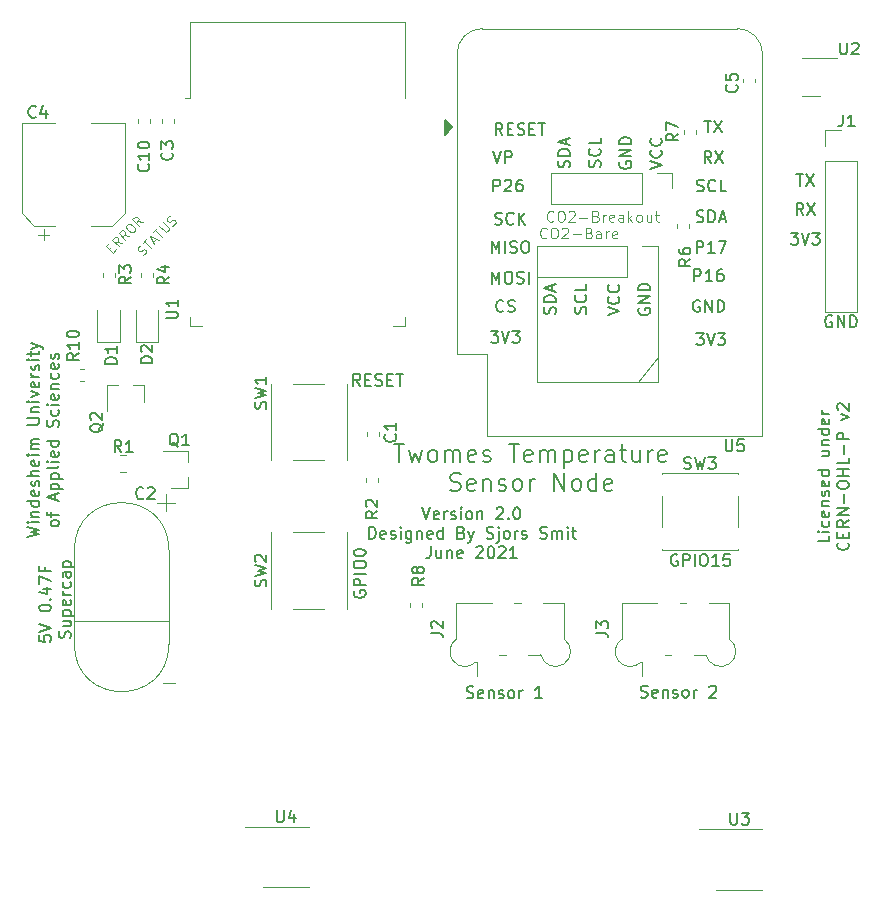
<source format=gto>
G04 #@! TF.GenerationSoftware,KiCad,Pcbnew,(5.1.7)-1*
G04 #@! TF.CreationDate,2021-06-29T10:57:19+02:00*
G04 #@! TF.ProjectId,TwomesSensor,54776f6d-6573-4536-956e-736f722e6b69,rev?*
G04 #@! TF.SameCoordinates,Original*
G04 #@! TF.FileFunction,Legend,Top*
G04 #@! TF.FilePolarity,Positive*
%FSLAX46Y46*%
G04 Gerber Fmt 4.6, Leading zero omitted, Abs format (unit mm)*
G04 Created by KiCad (PCBNEW (5.1.7)-1) date 2021-06-29 10:57:19*
%MOMM*%
%LPD*%
G01*
G04 APERTURE LIST*
%ADD10C,0.120000*%
%ADD11C,0.150000*%
%ADD12C,0.100000*%
%ADD13C,0.200000*%
%ADD14O,1.700000X1.700000*%
%ADD15R,1.700000X1.700000*%
%ADD16C,2.100000*%
%ADD17C,0.787400*%
%ADD18C,1.900000*%
%ADD19R,2.000000X0.900000*%
%ADD20R,0.900000X2.000000*%
%ADD21R,5.000000X5.000000*%
%ADD22R,2.000000X2.000000*%
%ADD23C,2.000000*%
%ADD24C,2.640000*%
%ADD25R,1.300000X1.550000*%
%ADD26C,1.524000*%
%ADD27R,1.500000X2.400000*%
%ADD28O,2.000000X1.600000*%
%ADD29R,1.550000X1.300000*%
%ADD30R,0.800000X0.900000*%
%ADD31R,0.900000X0.800000*%
%ADD32R,1.200000X2.000000*%
G04 APERTURE END LIST*
D10*
X101510000Y-60430000D02*
X99800000Y-62600000D01*
X91250000Y-62600000D02*
X91250000Y-52330000D01*
X101530000Y-62600000D02*
X91250000Y-62600000D01*
X101530000Y-52000000D02*
X101530000Y-62600000D01*
D11*
X116027380Y-75600000D02*
X116027380Y-76076190D01*
X115027380Y-76076190D01*
X116027380Y-75266666D02*
X115360714Y-75266666D01*
X115027380Y-75266666D02*
X115075000Y-75314285D01*
X115122619Y-75266666D01*
X115075000Y-75219047D01*
X115027380Y-75266666D01*
X115122619Y-75266666D01*
X115979761Y-74361904D02*
X116027380Y-74457142D01*
X116027380Y-74647619D01*
X115979761Y-74742857D01*
X115932142Y-74790476D01*
X115836904Y-74838095D01*
X115551190Y-74838095D01*
X115455952Y-74790476D01*
X115408333Y-74742857D01*
X115360714Y-74647619D01*
X115360714Y-74457142D01*
X115408333Y-74361904D01*
X115979761Y-73552380D02*
X116027380Y-73647619D01*
X116027380Y-73838095D01*
X115979761Y-73933333D01*
X115884523Y-73980952D01*
X115503571Y-73980952D01*
X115408333Y-73933333D01*
X115360714Y-73838095D01*
X115360714Y-73647619D01*
X115408333Y-73552380D01*
X115503571Y-73504761D01*
X115598809Y-73504761D01*
X115694047Y-73980952D01*
X115360714Y-73076190D02*
X116027380Y-73076190D01*
X115455952Y-73076190D02*
X115408333Y-73028571D01*
X115360714Y-72933333D01*
X115360714Y-72790476D01*
X115408333Y-72695238D01*
X115503571Y-72647619D01*
X116027380Y-72647619D01*
X115979761Y-72219047D02*
X116027380Y-72123809D01*
X116027380Y-71933333D01*
X115979761Y-71838095D01*
X115884523Y-71790476D01*
X115836904Y-71790476D01*
X115741666Y-71838095D01*
X115694047Y-71933333D01*
X115694047Y-72076190D01*
X115646428Y-72171428D01*
X115551190Y-72219047D01*
X115503571Y-72219047D01*
X115408333Y-72171428D01*
X115360714Y-72076190D01*
X115360714Y-71933333D01*
X115408333Y-71838095D01*
X115979761Y-70980952D02*
X116027380Y-71076190D01*
X116027380Y-71266666D01*
X115979761Y-71361904D01*
X115884523Y-71409523D01*
X115503571Y-71409523D01*
X115408333Y-71361904D01*
X115360714Y-71266666D01*
X115360714Y-71076190D01*
X115408333Y-70980952D01*
X115503571Y-70933333D01*
X115598809Y-70933333D01*
X115694047Y-71409523D01*
X116027380Y-70076190D02*
X115027380Y-70076190D01*
X115979761Y-70076190D02*
X116027380Y-70171428D01*
X116027380Y-70361904D01*
X115979761Y-70457142D01*
X115932142Y-70504761D01*
X115836904Y-70552380D01*
X115551190Y-70552380D01*
X115455952Y-70504761D01*
X115408333Y-70457142D01*
X115360714Y-70361904D01*
X115360714Y-70171428D01*
X115408333Y-70076190D01*
X115360714Y-68409523D02*
X116027380Y-68409523D01*
X115360714Y-68838095D02*
X115884523Y-68838095D01*
X115979761Y-68790476D01*
X116027380Y-68695238D01*
X116027380Y-68552380D01*
X115979761Y-68457142D01*
X115932142Y-68409523D01*
X115360714Y-67933333D02*
X116027380Y-67933333D01*
X115455952Y-67933333D02*
X115408333Y-67885714D01*
X115360714Y-67790476D01*
X115360714Y-67647619D01*
X115408333Y-67552380D01*
X115503571Y-67504761D01*
X116027380Y-67504761D01*
X116027380Y-66600000D02*
X115027380Y-66600000D01*
X115979761Y-66600000D02*
X116027380Y-66695238D01*
X116027380Y-66885714D01*
X115979761Y-66980952D01*
X115932142Y-67028571D01*
X115836904Y-67076190D01*
X115551190Y-67076190D01*
X115455952Y-67028571D01*
X115408333Y-66980952D01*
X115360714Y-66885714D01*
X115360714Y-66695238D01*
X115408333Y-66600000D01*
X115979761Y-65742857D02*
X116027380Y-65838095D01*
X116027380Y-66028571D01*
X115979761Y-66123809D01*
X115884523Y-66171428D01*
X115503571Y-66171428D01*
X115408333Y-66123809D01*
X115360714Y-66028571D01*
X115360714Y-65838095D01*
X115408333Y-65742857D01*
X115503571Y-65695238D01*
X115598809Y-65695238D01*
X115694047Y-66171428D01*
X116027380Y-65266666D02*
X115360714Y-65266666D01*
X115551190Y-65266666D02*
X115455952Y-65219047D01*
X115408333Y-65171428D01*
X115360714Y-65076190D01*
X115360714Y-64980952D01*
X117582142Y-76195238D02*
X117629761Y-76242857D01*
X117677380Y-76385714D01*
X117677380Y-76480952D01*
X117629761Y-76623809D01*
X117534523Y-76719047D01*
X117439285Y-76766666D01*
X117248809Y-76814285D01*
X117105952Y-76814285D01*
X116915476Y-76766666D01*
X116820238Y-76719047D01*
X116725000Y-76623809D01*
X116677380Y-76480952D01*
X116677380Y-76385714D01*
X116725000Y-76242857D01*
X116772619Y-76195238D01*
X117153571Y-75766666D02*
X117153571Y-75433333D01*
X117677380Y-75290476D02*
X117677380Y-75766666D01*
X116677380Y-75766666D01*
X116677380Y-75290476D01*
X117677380Y-74290476D02*
X117201190Y-74623809D01*
X117677380Y-74861904D02*
X116677380Y-74861904D01*
X116677380Y-74480952D01*
X116725000Y-74385714D01*
X116772619Y-74338095D01*
X116867857Y-74290476D01*
X117010714Y-74290476D01*
X117105952Y-74338095D01*
X117153571Y-74385714D01*
X117201190Y-74480952D01*
X117201190Y-74861904D01*
X117677380Y-73861904D02*
X116677380Y-73861904D01*
X117677380Y-73290476D01*
X116677380Y-73290476D01*
X117296428Y-72814285D02*
X117296428Y-72052380D01*
X116677380Y-71385714D02*
X116677380Y-71195238D01*
X116725000Y-71100000D01*
X116820238Y-71004761D01*
X117010714Y-70957142D01*
X117344047Y-70957142D01*
X117534523Y-71004761D01*
X117629761Y-71100000D01*
X117677380Y-71195238D01*
X117677380Y-71385714D01*
X117629761Y-71480952D01*
X117534523Y-71576190D01*
X117344047Y-71623809D01*
X117010714Y-71623809D01*
X116820238Y-71576190D01*
X116725000Y-71480952D01*
X116677380Y-71385714D01*
X117677380Y-70528571D02*
X116677380Y-70528571D01*
X117153571Y-70528571D02*
X117153571Y-69957142D01*
X117677380Y-69957142D02*
X116677380Y-69957142D01*
X117677380Y-69004761D02*
X117677380Y-69480952D01*
X116677380Y-69480952D01*
X117296428Y-68671428D02*
X117296428Y-67909523D01*
X117677380Y-67433333D02*
X116677380Y-67433333D01*
X116677380Y-67052380D01*
X116725000Y-66957142D01*
X116772619Y-66909523D01*
X116867857Y-66861904D01*
X117010714Y-66861904D01*
X117105952Y-66909523D01*
X117153571Y-66957142D01*
X117201190Y-67052380D01*
X117201190Y-67433333D01*
X117010714Y-65766666D02*
X117677380Y-65528571D01*
X117010714Y-65290476D01*
X116772619Y-64957142D02*
X116725000Y-64909523D01*
X116677380Y-64814285D01*
X116677380Y-64576190D01*
X116725000Y-64480952D01*
X116772619Y-64433333D01*
X116867857Y-64385714D01*
X116963095Y-64385714D01*
X117105952Y-64433333D01*
X117677380Y-65004761D01*
X117677380Y-64385714D01*
X92804761Y-56814285D02*
X92852380Y-56671428D01*
X92852380Y-56433333D01*
X92804761Y-56338095D01*
X92757142Y-56290476D01*
X92661904Y-56242857D01*
X92566666Y-56242857D01*
X92471428Y-56290476D01*
X92423809Y-56338095D01*
X92376190Y-56433333D01*
X92328571Y-56623809D01*
X92280952Y-56719047D01*
X92233333Y-56766666D01*
X92138095Y-56814285D01*
X92042857Y-56814285D01*
X91947619Y-56766666D01*
X91900000Y-56719047D01*
X91852380Y-56623809D01*
X91852380Y-56385714D01*
X91900000Y-56242857D01*
X92852380Y-55814285D02*
X91852380Y-55814285D01*
X91852380Y-55576190D01*
X91900000Y-55433333D01*
X91995238Y-55338095D01*
X92090476Y-55290476D01*
X92280952Y-55242857D01*
X92423809Y-55242857D01*
X92614285Y-55290476D01*
X92709523Y-55338095D01*
X92804761Y-55433333D01*
X92852380Y-55576190D01*
X92852380Y-55814285D01*
X92566666Y-54861904D02*
X92566666Y-54385714D01*
X92852380Y-54957142D02*
X91852380Y-54623809D01*
X92852380Y-54290476D01*
X97252380Y-56933333D02*
X98252380Y-56600000D01*
X97252380Y-56266666D01*
X98157142Y-55361904D02*
X98204761Y-55409523D01*
X98252380Y-55552380D01*
X98252380Y-55647619D01*
X98204761Y-55790476D01*
X98109523Y-55885714D01*
X98014285Y-55933333D01*
X97823809Y-55980952D01*
X97680952Y-55980952D01*
X97490476Y-55933333D01*
X97395238Y-55885714D01*
X97300000Y-55790476D01*
X97252380Y-55647619D01*
X97252380Y-55552380D01*
X97300000Y-55409523D01*
X97347619Y-55361904D01*
X98157142Y-54361904D02*
X98204761Y-54409523D01*
X98252380Y-54552380D01*
X98252380Y-54647619D01*
X98204761Y-54790476D01*
X98109523Y-54885714D01*
X98014285Y-54933333D01*
X97823809Y-54980952D01*
X97680952Y-54980952D01*
X97490476Y-54933333D01*
X97395238Y-54885714D01*
X97300000Y-54790476D01*
X97252380Y-54647619D01*
X97252380Y-54552380D01*
X97300000Y-54409523D01*
X97347619Y-54361904D01*
X99900000Y-56361904D02*
X99852380Y-56457142D01*
X99852380Y-56600000D01*
X99900000Y-56742857D01*
X99995238Y-56838095D01*
X100090476Y-56885714D01*
X100280952Y-56933333D01*
X100423809Y-56933333D01*
X100614285Y-56885714D01*
X100709523Y-56838095D01*
X100804761Y-56742857D01*
X100852380Y-56600000D01*
X100852380Y-56504761D01*
X100804761Y-56361904D01*
X100757142Y-56314285D01*
X100423809Y-56314285D01*
X100423809Y-56504761D01*
X100852380Y-55885714D02*
X99852380Y-55885714D01*
X100852380Y-55314285D01*
X99852380Y-55314285D01*
X100852380Y-54838095D02*
X99852380Y-54838095D01*
X99852380Y-54600000D01*
X99900000Y-54457142D01*
X99995238Y-54361904D01*
X100090476Y-54314285D01*
X100280952Y-54266666D01*
X100423809Y-54266666D01*
X100614285Y-54314285D01*
X100709523Y-54361904D01*
X100804761Y-54457142D01*
X100852380Y-54600000D01*
X100852380Y-54838095D01*
X95404761Y-56790476D02*
X95452380Y-56647619D01*
X95452380Y-56409523D01*
X95404761Y-56314285D01*
X95357142Y-56266666D01*
X95261904Y-56219047D01*
X95166666Y-56219047D01*
X95071428Y-56266666D01*
X95023809Y-56314285D01*
X94976190Y-56409523D01*
X94928571Y-56600000D01*
X94880952Y-56695238D01*
X94833333Y-56742857D01*
X94738095Y-56790476D01*
X94642857Y-56790476D01*
X94547619Y-56742857D01*
X94500000Y-56695238D01*
X94452380Y-56600000D01*
X94452380Y-56361904D01*
X94500000Y-56219047D01*
X95357142Y-55219047D02*
X95404761Y-55266666D01*
X95452380Y-55409523D01*
X95452380Y-55504761D01*
X95404761Y-55647619D01*
X95309523Y-55742857D01*
X95214285Y-55790476D01*
X95023809Y-55838095D01*
X94880952Y-55838095D01*
X94690476Y-55790476D01*
X94595238Y-55742857D01*
X94500000Y-55647619D01*
X94452380Y-55504761D01*
X94452380Y-55409523D01*
X94500000Y-55266666D01*
X94547619Y-55219047D01*
X95452380Y-54314285D02*
X95452380Y-54790476D01*
X94452380Y-54790476D01*
X48127380Y-75714285D02*
X49127380Y-75476190D01*
X48413095Y-75285714D01*
X49127380Y-75095238D01*
X48127380Y-74857142D01*
X49127380Y-74476190D02*
X48460714Y-74476190D01*
X48127380Y-74476190D02*
X48175000Y-74523809D01*
X48222619Y-74476190D01*
X48175000Y-74428571D01*
X48127380Y-74476190D01*
X48222619Y-74476190D01*
X48460714Y-74000000D02*
X49127380Y-74000000D01*
X48555952Y-74000000D02*
X48508333Y-73952380D01*
X48460714Y-73857142D01*
X48460714Y-73714285D01*
X48508333Y-73619047D01*
X48603571Y-73571428D01*
X49127380Y-73571428D01*
X49127380Y-72666666D02*
X48127380Y-72666666D01*
X49079761Y-72666666D02*
X49127380Y-72761904D01*
X49127380Y-72952380D01*
X49079761Y-73047619D01*
X49032142Y-73095238D01*
X48936904Y-73142857D01*
X48651190Y-73142857D01*
X48555952Y-73095238D01*
X48508333Y-73047619D01*
X48460714Y-72952380D01*
X48460714Y-72761904D01*
X48508333Y-72666666D01*
X49079761Y-71809523D02*
X49127380Y-71904761D01*
X49127380Y-72095238D01*
X49079761Y-72190476D01*
X48984523Y-72238095D01*
X48603571Y-72238095D01*
X48508333Y-72190476D01*
X48460714Y-72095238D01*
X48460714Y-71904761D01*
X48508333Y-71809523D01*
X48603571Y-71761904D01*
X48698809Y-71761904D01*
X48794047Y-72238095D01*
X49079761Y-71380952D02*
X49127380Y-71285714D01*
X49127380Y-71095238D01*
X49079761Y-71000000D01*
X48984523Y-70952380D01*
X48936904Y-70952380D01*
X48841666Y-71000000D01*
X48794047Y-71095238D01*
X48794047Y-71238095D01*
X48746428Y-71333333D01*
X48651190Y-71380952D01*
X48603571Y-71380952D01*
X48508333Y-71333333D01*
X48460714Y-71238095D01*
X48460714Y-71095238D01*
X48508333Y-71000000D01*
X49127380Y-70523809D02*
X48127380Y-70523809D01*
X49127380Y-70095238D02*
X48603571Y-70095238D01*
X48508333Y-70142857D01*
X48460714Y-70238095D01*
X48460714Y-70380952D01*
X48508333Y-70476190D01*
X48555952Y-70523809D01*
X49079761Y-69238095D02*
X49127380Y-69333333D01*
X49127380Y-69523809D01*
X49079761Y-69619047D01*
X48984523Y-69666666D01*
X48603571Y-69666666D01*
X48508333Y-69619047D01*
X48460714Y-69523809D01*
X48460714Y-69333333D01*
X48508333Y-69238095D01*
X48603571Y-69190476D01*
X48698809Y-69190476D01*
X48794047Y-69666666D01*
X49127380Y-68761904D02*
X48460714Y-68761904D01*
X48127380Y-68761904D02*
X48175000Y-68809523D01*
X48222619Y-68761904D01*
X48175000Y-68714285D01*
X48127380Y-68761904D01*
X48222619Y-68761904D01*
X49127380Y-68285714D02*
X48460714Y-68285714D01*
X48555952Y-68285714D02*
X48508333Y-68238095D01*
X48460714Y-68142857D01*
X48460714Y-68000000D01*
X48508333Y-67904761D01*
X48603571Y-67857142D01*
X49127380Y-67857142D01*
X48603571Y-67857142D02*
X48508333Y-67809523D01*
X48460714Y-67714285D01*
X48460714Y-67571428D01*
X48508333Y-67476190D01*
X48603571Y-67428571D01*
X49127380Y-67428571D01*
X48127380Y-66190476D02*
X48936904Y-66190476D01*
X49032142Y-66142857D01*
X49079761Y-66095238D01*
X49127380Y-65999999D01*
X49127380Y-65809523D01*
X49079761Y-65714285D01*
X49032142Y-65666666D01*
X48936904Y-65619047D01*
X48127380Y-65619047D01*
X48460714Y-65142857D02*
X49127380Y-65142857D01*
X48555952Y-65142857D02*
X48508333Y-65095238D01*
X48460714Y-65000000D01*
X48460714Y-64857142D01*
X48508333Y-64761904D01*
X48603571Y-64714285D01*
X49127380Y-64714285D01*
X49127380Y-64238095D02*
X48460714Y-64238095D01*
X48127380Y-64238095D02*
X48175000Y-64285714D01*
X48222619Y-64238095D01*
X48175000Y-64190476D01*
X48127380Y-64238095D01*
X48222619Y-64238095D01*
X48460714Y-63857142D02*
X49127380Y-63619047D01*
X48460714Y-63380952D01*
X49079761Y-62619047D02*
X49127380Y-62714285D01*
X49127380Y-62904761D01*
X49079761Y-63000000D01*
X48984523Y-63047619D01*
X48603571Y-63047619D01*
X48508333Y-63000000D01*
X48460714Y-62904761D01*
X48460714Y-62714285D01*
X48508333Y-62619047D01*
X48603571Y-62571428D01*
X48698809Y-62571428D01*
X48794047Y-63047619D01*
X49127380Y-62142857D02*
X48460714Y-62142857D01*
X48651190Y-62142857D02*
X48555952Y-62095238D01*
X48508333Y-62047619D01*
X48460714Y-61952380D01*
X48460714Y-61857142D01*
X49079761Y-61571428D02*
X49127380Y-61476190D01*
X49127380Y-61285714D01*
X49079761Y-61190476D01*
X48984523Y-61142857D01*
X48936904Y-61142857D01*
X48841666Y-61190476D01*
X48794047Y-61285714D01*
X48794047Y-61428571D01*
X48746428Y-61523809D01*
X48651190Y-61571428D01*
X48603571Y-61571428D01*
X48508333Y-61523809D01*
X48460714Y-61428571D01*
X48460714Y-61285714D01*
X48508333Y-61190476D01*
X49127380Y-60714285D02*
X48460714Y-60714285D01*
X48127380Y-60714285D02*
X48175000Y-60761904D01*
X48222619Y-60714285D01*
X48175000Y-60666666D01*
X48127380Y-60714285D01*
X48222619Y-60714285D01*
X48460714Y-60380952D02*
X48460714Y-60000000D01*
X48127380Y-60238095D02*
X48984523Y-60238095D01*
X49079761Y-60190476D01*
X49127380Y-60095238D01*
X49127380Y-60000000D01*
X48460714Y-59761904D02*
X49127380Y-59523809D01*
X48460714Y-59285714D02*
X49127380Y-59523809D01*
X49365476Y-59619047D01*
X49413095Y-59666666D01*
X49460714Y-59761904D01*
X50777380Y-74619047D02*
X50729761Y-74714285D01*
X50682142Y-74761904D01*
X50586904Y-74809523D01*
X50301190Y-74809523D01*
X50205952Y-74761904D01*
X50158333Y-74714285D01*
X50110714Y-74619047D01*
X50110714Y-74476190D01*
X50158333Y-74380952D01*
X50205952Y-74333333D01*
X50301190Y-74285714D01*
X50586904Y-74285714D01*
X50682142Y-74333333D01*
X50729761Y-74380952D01*
X50777380Y-74476190D01*
X50777380Y-74619047D01*
X50110714Y-74000000D02*
X50110714Y-73619047D01*
X50777380Y-73857142D02*
X49920238Y-73857142D01*
X49825000Y-73809523D01*
X49777380Y-73714285D01*
X49777380Y-73619047D01*
X50491666Y-72571428D02*
X50491666Y-72095238D01*
X50777380Y-72666666D02*
X49777380Y-72333333D01*
X50777380Y-72000000D01*
X50110714Y-71666666D02*
X51110714Y-71666666D01*
X50158333Y-71666666D02*
X50110714Y-71571428D01*
X50110714Y-71380952D01*
X50158333Y-71285714D01*
X50205952Y-71238095D01*
X50301190Y-71190476D01*
X50586904Y-71190476D01*
X50682142Y-71238095D01*
X50729761Y-71285714D01*
X50777380Y-71380952D01*
X50777380Y-71571428D01*
X50729761Y-71666666D01*
X50110714Y-70761904D02*
X51110714Y-70761904D01*
X50158333Y-70761904D02*
X50110714Y-70666666D01*
X50110714Y-70476190D01*
X50158333Y-70380952D01*
X50205952Y-70333333D01*
X50301190Y-70285714D01*
X50586904Y-70285714D01*
X50682142Y-70333333D01*
X50729761Y-70380952D01*
X50777380Y-70476190D01*
X50777380Y-70666666D01*
X50729761Y-70761904D01*
X50777380Y-69714285D02*
X50729761Y-69809523D01*
X50634523Y-69857142D01*
X49777380Y-69857142D01*
X50777380Y-69333333D02*
X50110714Y-69333333D01*
X49777380Y-69333333D02*
X49825000Y-69380952D01*
X49872619Y-69333333D01*
X49825000Y-69285714D01*
X49777380Y-69333333D01*
X49872619Y-69333333D01*
X50729761Y-68476190D02*
X50777380Y-68571428D01*
X50777380Y-68761904D01*
X50729761Y-68857142D01*
X50634523Y-68904761D01*
X50253571Y-68904761D01*
X50158333Y-68857142D01*
X50110714Y-68761904D01*
X50110714Y-68571428D01*
X50158333Y-68476190D01*
X50253571Y-68428571D01*
X50348809Y-68428571D01*
X50444047Y-68904761D01*
X50777380Y-67571428D02*
X49777380Y-67571428D01*
X50729761Y-67571428D02*
X50777380Y-67666666D01*
X50777380Y-67857142D01*
X50729761Y-67952380D01*
X50682142Y-68000000D01*
X50586904Y-68047619D01*
X50301190Y-68047619D01*
X50205952Y-68000000D01*
X50158333Y-67952380D01*
X50110714Y-67857142D01*
X50110714Y-67666666D01*
X50158333Y-67571428D01*
X50729761Y-66380952D02*
X50777380Y-66238095D01*
X50777380Y-66000000D01*
X50729761Y-65904761D01*
X50682142Y-65857142D01*
X50586904Y-65809523D01*
X50491666Y-65809523D01*
X50396428Y-65857142D01*
X50348809Y-65904761D01*
X50301190Y-66000000D01*
X50253571Y-66190476D01*
X50205952Y-66285714D01*
X50158333Y-66333333D01*
X50063095Y-66380952D01*
X49967857Y-66380952D01*
X49872619Y-66333333D01*
X49825000Y-66285714D01*
X49777380Y-66190476D01*
X49777380Y-65952380D01*
X49825000Y-65809523D01*
X50729761Y-64952380D02*
X50777380Y-65047619D01*
X50777380Y-65238095D01*
X50729761Y-65333333D01*
X50682142Y-65380952D01*
X50586904Y-65428571D01*
X50301190Y-65428571D01*
X50205952Y-65380952D01*
X50158333Y-65333333D01*
X50110714Y-65238095D01*
X50110714Y-65047619D01*
X50158333Y-64952380D01*
X50777380Y-64523809D02*
X50110714Y-64523809D01*
X49777380Y-64523809D02*
X49825000Y-64571428D01*
X49872619Y-64523809D01*
X49825000Y-64476190D01*
X49777380Y-64523809D01*
X49872619Y-64523809D01*
X50729761Y-63666666D02*
X50777380Y-63761904D01*
X50777380Y-63952380D01*
X50729761Y-64047619D01*
X50634523Y-64095238D01*
X50253571Y-64095238D01*
X50158333Y-64047619D01*
X50110714Y-63952380D01*
X50110714Y-63761904D01*
X50158333Y-63666666D01*
X50253571Y-63619047D01*
X50348809Y-63619047D01*
X50444047Y-64095238D01*
X50110714Y-63190476D02*
X50777380Y-63190476D01*
X50205952Y-63190476D02*
X50158333Y-63142857D01*
X50110714Y-63047619D01*
X50110714Y-62904761D01*
X50158333Y-62809523D01*
X50253571Y-62761904D01*
X50777380Y-62761904D01*
X50729761Y-61857142D02*
X50777380Y-61952380D01*
X50777380Y-62142857D01*
X50729761Y-62238095D01*
X50682142Y-62285714D01*
X50586904Y-62333333D01*
X50301190Y-62333333D01*
X50205952Y-62285714D01*
X50158333Y-62238095D01*
X50110714Y-62142857D01*
X50110714Y-61952380D01*
X50158333Y-61857142D01*
X50729761Y-61047619D02*
X50777380Y-61142857D01*
X50777380Y-61333333D01*
X50729761Y-61428571D01*
X50634523Y-61476190D01*
X50253571Y-61476190D01*
X50158333Y-61428571D01*
X50110714Y-61333333D01*
X50110714Y-61142857D01*
X50158333Y-61047619D01*
X50253571Y-61000000D01*
X50348809Y-61000000D01*
X50444047Y-61476190D01*
X50729761Y-60619047D02*
X50777380Y-60523809D01*
X50777380Y-60333333D01*
X50729761Y-60238095D01*
X50634523Y-60190476D01*
X50586904Y-60190476D01*
X50491666Y-60238095D01*
X50444047Y-60333333D01*
X50444047Y-60476190D01*
X50396428Y-60571428D01*
X50301190Y-60619047D01*
X50253571Y-60619047D01*
X50158333Y-60571428D01*
X50110714Y-60476190D01*
X50110714Y-60333333D01*
X50158333Y-60238095D01*
X87585714Y-46452380D02*
X87585714Y-45452380D01*
X87966666Y-45452380D01*
X88061904Y-45500000D01*
X88109523Y-45547619D01*
X88157142Y-45642857D01*
X88157142Y-45785714D01*
X88109523Y-45880952D01*
X88061904Y-45928571D01*
X87966666Y-45976190D01*
X87585714Y-45976190D01*
X88538095Y-45547619D02*
X88585714Y-45500000D01*
X88680952Y-45452380D01*
X88919047Y-45452380D01*
X89014285Y-45500000D01*
X89061904Y-45547619D01*
X89109523Y-45642857D01*
X89109523Y-45738095D01*
X89061904Y-45880952D01*
X88490476Y-46452380D01*
X89109523Y-46452380D01*
X89966666Y-45452380D02*
X89776190Y-45452380D01*
X89680952Y-45500000D01*
X89633333Y-45547619D01*
X89538095Y-45690476D01*
X89490476Y-45880952D01*
X89490476Y-46261904D01*
X89538095Y-46357142D01*
X89585714Y-46404761D01*
X89680952Y-46452380D01*
X89871428Y-46452380D01*
X89966666Y-46404761D01*
X90014285Y-46357142D01*
X90061904Y-46261904D01*
X90061904Y-46023809D01*
X90014285Y-45928571D01*
X89966666Y-45880952D01*
X89871428Y-45833333D01*
X89680952Y-45833333D01*
X89585714Y-45880952D01*
X89538095Y-45928571D01*
X89490476Y-46023809D01*
X88347619Y-41652380D02*
X88014285Y-41176190D01*
X87776190Y-41652380D02*
X87776190Y-40652380D01*
X88157142Y-40652380D01*
X88252380Y-40700000D01*
X88300000Y-40747619D01*
X88347619Y-40842857D01*
X88347619Y-40985714D01*
X88300000Y-41080952D01*
X88252380Y-41128571D01*
X88157142Y-41176190D01*
X87776190Y-41176190D01*
X88776190Y-41128571D02*
X89109523Y-41128571D01*
X89252380Y-41652380D02*
X88776190Y-41652380D01*
X88776190Y-40652380D01*
X89252380Y-40652380D01*
X89633333Y-41604761D02*
X89776190Y-41652380D01*
X90014285Y-41652380D01*
X90109523Y-41604761D01*
X90157142Y-41557142D01*
X90204761Y-41461904D01*
X90204761Y-41366666D01*
X90157142Y-41271428D01*
X90109523Y-41223809D01*
X90014285Y-41176190D01*
X89823809Y-41128571D01*
X89728571Y-41080952D01*
X89680952Y-41033333D01*
X89633333Y-40938095D01*
X89633333Y-40842857D01*
X89680952Y-40747619D01*
X89728571Y-40700000D01*
X89823809Y-40652380D01*
X90061904Y-40652380D01*
X90204761Y-40700000D01*
X90633333Y-41128571D02*
X90966666Y-41128571D01*
X91109523Y-41652380D02*
X90633333Y-41652380D01*
X90633333Y-40652380D01*
X91109523Y-40652380D01*
X91395238Y-40652380D02*
X91966666Y-40652380D01*
X91680952Y-41652380D02*
X91680952Y-40652380D01*
X87566666Y-43052380D02*
X87900000Y-44052380D01*
X88233333Y-43052380D01*
X88566666Y-44052380D02*
X88566666Y-43052380D01*
X88947619Y-43052380D01*
X89042857Y-43100000D01*
X89090476Y-43147619D01*
X89138095Y-43242857D01*
X89138095Y-43385714D01*
X89090476Y-43480952D01*
X89042857Y-43528571D01*
X88947619Y-43576190D01*
X88566666Y-43576190D01*
X87714285Y-49204761D02*
X87857142Y-49252380D01*
X88095238Y-49252380D01*
X88190476Y-49204761D01*
X88238095Y-49157142D01*
X88285714Y-49061904D01*
X88285714Y-48966666D01*
X88238095Y-48871428D01*
X88190476Y-48823809D01*
X88095238Y-48776190D01*
X87904761Y-48728571D01*
X87809523Y-48680952D01*
X87761904Y-48633333D01*
X87714285Y-48538095D01*
X87714285Y-48442857D01*
X87761904Y-48347619D01*
X87809523Y-48300000D01*
X87904761Y-48252380D01*
X88142857Y-48252380D01*
X88285714Y-48300000D01*
X89285714Y-49157142D02*
X89238095Y-49204761D01*
X89095238Y-49252380D01*
X89000000Y-49252380D01*
X88857142Y-49204761D01*
X88761904Y-49109523D01*
X88714285Y-49014285D01*
X88666666Y-48823809D01*
X88666666Y-48680952D01*
X88714285Y-48490476D01*
X88761904Y-48395238D01*
X88857142Y-48300000D01*
X89000000Y-48252380D01*
X89095238Y-48252380D01*
X89238095Y-48300000D01*
X89285714Y-48347619D01*
X89714285Y-49252380D02*
X89714285Y-48252380D01*
X90285714Y-49252380D02*
X89857142Y-48680952D01*
X90285714Y-48252380D02*
X89714285Y-48823809D01*
X87428571Y-51652380D02*
X87428571Y-50652380D01*
X87761904Y-51366666D01*
X88095238Y-50652380D01*
X88095238Y-51652380D01*
X88571428Y-51652380D02*
X88571428Y-50652380D01*
X89000000Y-51604761D02*
X89142857Y-51652380D01*
X89380952Y-51652380D01*
X89476190Y-51604761D01*
X89523809Y-51557142D01*
X89571428Y-51461904D01*
X89571428Y-51366666D01*
X89523809Y-51271428D01*
X89476190Y-51223809D01*
X89380952Y-51176190D01*
X89190476Y-51128571D01*
X89095238Y-51080952D01*
X89047619Y-51033333D01*
X89000000Y-50938095D01*
X89000000Y-50842857D01*
X89047619Y-50747619D01*
X89095238Y-50700000D01*
X89190476Y-50652380D01*
X89428571Y-50652380D01*
X89571428Y-50700000D01*
X90190476Y-50652380D02*
X90380952Y-50652380D01*
X90476190Y-50700000D01*
X90571428Y-50795238D01*
X90619047Y-50985714D01*
X90619047Y-51319047D01*
X90571428Y-51509523D01*
X90476190Y-51604761D01*
X90380952Y-51652380D01*
X90190476Y-51652380D01*
X90095238Y-51604761D01*
X90000000Y-51509523D01*
X89952380Y-51319047D01*
X89952380Y-50985714D01*
X90000000Y-50795238D01*
X90095238Y-50700000D01*
X90190476Y-50652380D01*
X87428571Y-54252380D02*
X87428571Y-53252380D01*
X87761904Y-53966666D01*
X88095238Y-53252380D01*
X88095238Y-54252380D01*
X88761904Y-53252380D02*
X88952380Y-53252380D01*
X89047619Y-53300000D01*
X89142857Y-53395238D01*
X89190476Y-53585714D01*
X89190476Y-53919047D01*
X89142857Y-54109523D01*
X89047619Y-54204761D01*
X88952380Y-54252380D01*
X88761904Y-54252380D01*
X88666666Y-54204761D01*
X88571428Y-54109523D01*
X88523809Y-53919047D01*
X88523809Y-53585714D01*
X88571428Y-53395238D01*
X88666666Y-53300000D01*
X88761904Y-53252380D01*
X89571428Y-54204761D02*
X89714285Y-54252380D01*
X89952380Y-54252380D01*
X90047619Y-54204761D01*
X90095238Y-54157142D01*
X90142857Y-54061904D01*
X90142857Y-53966666D01*
X90095238Y-53871428D01*
X90047619Y-53823809D01*
X89952380Y-53776190D01*
X89761904Y-53728571D01*
X89666666Y-53680952D01*
X89619047Y-53633333D01*
X89571428Y-53538095D01*
X89571428Y-53442857D01*
X89619047Y-53347619D01*
X89666666Y-53300000D01*
X89761904Y-53252380D01*
X90000000Y-53252380D01*
X90142857Y-53300000D01*
X90571428Y-54252380D02*
X90571428Y-53252380D01*
X88433333Y-56557142D02*
X88385714Y-56604761D01*
X88242857Y-56652380D01*
X88147619Y-56652380D01*
X88004761Y-56604761D01*
X87909523Y-56509523D01*
X87861904Y-56414285D01*
X87814285Y-56223809D01*
X87814285Y-56080952D01*
X87861904Y-55890476D01*
X87909523Y-55795238D01*
X88004761Y-55700000D01*
X88147619Y-55652380D01*
X88242857Y-55652380D01*
X88385714Y-55700000D01*
X88433333Y-55747619D01*
X88814285Y-56604761D02*
X88957142Y-56652380D01*
X89195238Y-56652380D01*
X89290476Y-56604761D01*
X89338095Y-56557142D01*
X89385714Y-56461904D01*
X89385714Y-56366666D01*
X89338095Y-56271428D01*
X89290476Y-56223809D01*
X89195238Y-56176190D01*
X89004761Y-56128571D01*
X88909523Y-56080952D01*
X88861904Y-56033333D01*
X88814285Y-55938095D01*
X88814285Y-55842857D01*
X88861904Y-55747619D01*
X88909523Y-55700000D01*
X89004761Y-55652380D01*
X89242857Y-55652380D01*
X89385714Y-55700000D01*
X87361904Y-58252380D02*
X87980952Y-58252380D01*
X87647619Y-58633333D01*
X87790476Y-58633333D01*
X87885714Y-58680952D01*
X87933333Y-58728571D01*
X87980952Y-58823809D01*
X87980952Y-59061904D01*
X87933333Y-59157142D01*
X87885714Y-59204761D01*
X87790476Y-59252380D01*
X87504761Y-59252380D01*
X87409523Y-59204761D01*
X87361904Y-59157142D01*
X88266666Y-58252380D02*
X88600000Y-59252380D01*
X88933333Y-58252380D01*
X89171428Y-58252380D02*
X89790476Y-58252380D01*
X89457142Y-58633333D01*
X89600000Y-58633333D01*
X89695238Y-58680952D01*
X89742857Y-58728571D01*
X89790476Y-58823809D01*
X89790476Y-59061904D01*
X89742857Y-59157142D01*
X89695238Y-59204761D01*
X89600000Y-59252380D01*
X89314285Y-59252380D01*
X89219047Y-59204761D01*
X89171428Y-59157142D01*
X104761904Y-58452380D02*
X105380952Y-58452380D01*
X105047619Y-58833333D01*
X105190476Y-58833333D01*
X105285714Y-58880952D01*
X105333333Y-58928571D01*
X105380952Y-59023809D01*
X105380952Y-59261904D01*
X105333333Y-59357142D01*
X105285714Y-59404761D01*
X105190476Y-59452380D01*
X104904761Y-59452380D01*
X104809523Y-59404761D01*
X104761904Y-59357142D01*
X105666666Y-58452380D02*
X106000000Y-59452380D01*
X106333333Y-58452380D01*
X106571428Y-58452380D02*
X107190476Y-58452380D01*
X106857142Y-58833333D01*
X107000000Y-58833333D01*
X107095238Y-58880952D01*
X107142857Y-58928571D01*
X107190476Y-59023809D01*
X107190476Y-59261904D01*
X107142857Y-59357142D01*
X107095238Y-59404761D01*
X107000000Y-59452380D01*
X106714285Y-59452380D01*
X106619047Y-59404761D01*
X106571428Y-59357142D01*
X105038095Y-55700000D02*
X104942857Y-55652380D01*
X104800000Y-55652380D01*
X104657142Y-55700000D01*
X104561904Y-55795238D01*
X104514285Y-55890476D01*
X104466666Y-56080952D01*
X104466666Y-56223809D01*
X104514285Y-56414285D01*
X104561904Y-56509523D01*
X104657142Y-56604761D01*
X104800000Y-56652380D01*
X104895238Y-56652380D01*
X105038095Y-56604761D01*
X105085714Y-56557142D01*
X105085714Y-56223809D01*
X104895238Y-56223809D01*
X105514285Y-56652380D02*
X105514285Y-55652380D01*
X106085714Y-56652380D01*
X106085714Y-55652380D01*
X106561904Y-56652380D02*
X106561904Y-55652380D01*
X106800000Y-55652380D01*
X106942857Y-55700000D01*
X107038095Y-55795238D01*
X107085714Y-55890476D01*
X107133333Y-56080952D01*
X107133333Y-56223809D01*
X107085714Y-56414285D01*
X107038095Y-56509523D01*
X106942857Y-56604761D01*
X106800000Y-56652380D01*
X106561904Y-56652380D01*
X104585714Y-54052380D02*
X104585714Y-53052380D01*
X104966666Y-53052380D01*
X105061904Y-53100000D01*
X105109523Y-53147619D01*
X105157142Y-53242857D01*
X105157142Y-53385714D01*
X105109523Y-53480952D01*
X105061904Y-53528571D01*
X104966666Y-53576190D01*
X104585714Y-53576190D01*
X106109523Y-54052380D02*
X105538095Y-54052380D01*
X105823809Y-54052380D02*
X105823809Y-53052380D01*
X105728571Y-53195238D01*
X105633333Y-53290476D01*
X105538095Y-53338095D01*
X106966666Y-53052380D02*
X106776190Y-53052380D01*
X106680952Y-53100000D01*
X106633333Y-53147619D01*
X106538095Y-53290476D01*
X106490476Y-53480952D01*
X106490476Y-53861904D01*
X106538095Y-53957142D01*
X106585714Y-54004761D01*
X106680952Y-54052380D01*
X106871428Y-54052380D01*
X106966666Y-54004761D01*
X107014285Y-53957142D01*
X107061904Y-53861904D01*
X107061904Y-53623809D01*
X107014285Y-53528571D01*
X106966666Y-53480952D01*
X106871428Y-53433333D01*
X106680952Y-53433333D01*
X106585714Y-53480952D01*
X106538095Y-53528571D01*
X106490476Y-53623809D01*
X104785714Y-51652380D02*
X104785714Y-50652380D01*
X105166666Y-50652380D01*
X105261904Y-50700000D01*
X105309523Y-50747619D01*
X105357142Y-50842857D01*
X105357142Y-50985714D01*
X105309523Y-51080952D01*
X105261904Y-51128571D01*
X105166666Y-51176190D01*
X104785714Y-51176190D01*
X106309523Y-51652380D02*
X105738095Y-51652380D01*
X106023809Y-51652380D02*
X106023809Y-50652380D01*
X105928571Y-50795238D01*
X105833333Y-50890476D01*
X105738095Y-50938095D01*
X106642857Y-50652380D02*
X107309523Y-50652380D01*
X106880952Y-51652380D01*
X104785714Y-49004761D02*
X104928571Y-49052380D01*
X105166666Y-49052380D01*
X105261904Y-49004761D01*
X105309523Y-48957142D01*
X105357142Y-48861904D01*
X105357142Y-48766666D01*
X105309523Y-48671428D01*
X105261904Y-48623809D01*
X105166666Y-48576190D01*
X104976190Y-48528571D01*
X104880952Y-48480952D01*
X104833333Y-48433333D01*
X104785714Y-48338095D01*
X104785714Y-48242857D01*
X104833333Y-48147619D01*
X104880952Y-48100000D01*
X104976190Y-48052380D01*
X105214285Y-48052380D01*
X105357142Y-48100000D01*
X105785714Y-49052380D02*
X105785714Y-48052380D01*
X106023809Y-48052380D01*
X106166666Y-48100000D01*
X106261904Y-48195238D01*
X106309523Y-48290476D01*
X106357142Y-48480952D01*
X106357142Y-48623809D01*
X106309523Y-48814285D01*
X106261904Y-48909523D01*
X106166666Y-49004761D01*
X106023809Y-49052380D01*
X105785714Y-49052380D01*
X106738095Y-48766666D02*
X107214285Y-48766666D01*
X106642857Y-49052380D02*
X106976190Y-48052380D01*
X107309523Y-49052380D01*
X104809523Y-46404761D02*
X104952380Y-46452380D01*
X105190476Y-46452380D01*
X105285714Y-46404761D01*
X105333333Y-46357142D01*
X105380952Y-46261904D01*
X105380952Y-46166666D01*
X105333333Y-46071428D01*
X105285714Y-46023809D01*
X105190476Y-45976190D01*
X105000000Y-45928571D01*
X104904761Y-45880952D01*
X104857142Y-45833333D01*
X104809523Y-45738095D01*
X104809523Y-45642857D01*
X104857142Y-45547619D01*
X104904761Y-45500000D01*
X105000000Y-45452380D01*
X105238095Y-45452380D01*
X105380952Y-45500000D01*
X106380952Y-46357142D02*
X106333333Y-46404761D01*
X106190476Y-46452380D01*
X106095238Y-46452380D01*
X105952380Y-46404761D01*
X105857142Y-46309523D01*
X105809523Y-46214285D01*
X105761904Y-46023809D01*
X105761904Y-45880952D01*
X105809523Y-45690476D01*
X105857142Y-45595238D01*
X105952380Y-45500000D01*
X106095238Y-45452380D01*
X106190476Y-45452380D01*
X106333333Y-45500000D01*
X106380952Y-45547619D01*
X107285714Y-46452380D02*
X106809523Y-46452380D01*
X106809523Y-45452380D01*
X106033333Y-44052380D02*
X105700000Y-43576190D01*
X105461904Y-44052380D02*
X105461904Y-43052380D01*
X105842857Y-43052380D01*
X105938095Y-43100000D01*
X105985714Y-43147619D01*
X106033333Y-43242857D01*
X106033333Y-43385714D01*
X105985714Y-43480952D01*
X105938095Y-43528571D01*
X105842857Y-43576190D01*
X105461904Y-43576190D01*
X106366666Y-43052380D02*
X107033333Y-44052380D01*
X107033333Y-43052380D02*
X106366666Y-44052380D01*
X105438095Y-40452380D02*
X106009523Y-40452380D01*
X105723809Y-41452380D02*
X105723809Y-40452380D01*
X106247619Y-40452380D02*
X106914285Y-41452380D01*
X106914285Y-40452380D02*
X106247619Y-41452380D01*
X100852380Y-44533333D02*
X101852380Y-44200000D01*
X100852380Y-43866666D01*
X101757142Y-42961904D02*
X101804761Y-43009523D01*
X101852380Y-43152380D01*
X101852380Y-43247619D01*
X101804761Y-43390476D01*
X101709523Y-43485714D01*
X101614285Y-43533333D01*
X101423809Y-43580952D01*
X101280952Y-43580952D01*
X101090476Y-43533333D01*
X100995238Y-43485714D01*
X100900000Y-43390476D01*
X100852380Y-43247619D01*
X100852380Y-43152380D01*
X100900000Y-43009523D01*
X100947619Y-42961904D01*
X101757142Y-41961904D02*
X101804761Y-42009523D01*
X101852380Y-42152380D01*
X101852380Y-42247619D01*
X101804761Y-42390476D01*
X101709523Y-42485714D01*
X101614285Y-42533333D01*
X101423809Y-42580952D01*
X101280952Y-42580952D01*
X101090476Y-42533333D01*
X100995238Y-42485714D01*
X100900000Y-42390476D01*
X100852380Y-42247619D01*
X100852380Y-42152380D01*
X100900000Y-42009523D01*
X100947619Y-41961904D01*
X98300000Y-43961904D02*
X98252380Y-44057142D01*
X98252380Y-44200000D01*
X98300000Y-44342857D01*
X98395238Y-44438095D01*
X98490476Y-44485714D01*
X98680952Y-44533333D01*
X98823809Y-44533333D01*
X99014285Y-44485714D01*
X99109523Y-44438095D01*
X99204761Y-44342857D01*
X99252380Y-44200000D01*
X99252380Y-44104761D01*
X99204761Y-43961904D01*
X99157142Y-43914285D01*
X98823809Y-43914285D01*
X98823809Y-44104761D01*
X99252380Y-43485714D02*
X98252380Y-43485714D01*
X99252380Y-42914285D01*
X98252380Y-42914285D01*
X99252380Y-42438095D02*
X98252380Y-42438095D01*
X98252380Y-42200000D01*
X98300000Y-42057142D01*
X98395238Y-41961904D01*
X98490476Y-41914285D01*
X98680952Y-41866666D01*
X98823809Y-41866666D01*
X99014285Y-41914285D01*
X99109523Y-41961904D01*
X99204761Y-42057142D01*
X99252380Y-42200000D01*
X99252380Y-42438095D01*
X96604761Y-44390476D02*
X96652380Y-44247619D01*
X96652380Y-44009523D01*
X96604761Y-43914285D01*
X96557142Y-43866666D01*
X96461904Y-43819047D01*
X96366666Y-43819047D01*
X96271428Y-43866666D01*
X96223809Y-43914285D01*
X96176190Y-44009523D01*
X96128571Y-44200000D01*
X96080952Y-44295238D01*
X96033333Y-44342857D01*
X95938095Y-44390476D01*
X95842857Y-44390476D01*
X95747619Y-44342857D01*
X95700000Y-44295238D01*
X95652380Y-44200000D01*
X95652380Y-43961904D01*
X95700000Y-43819047D01*
X96557142Y-42819047D02*
X96604761Y-42866666D01*
X96652380Y-43009523D01*
X96652380Y-43104761D01*
X96604761Y-43247619D01*
X96509523Y-43342857D01*
X96414285Y-43390476D01*
X96223809Y-43438095D01*
X96080952Y-43438095D01*
X95890476Y-43390476D01*
X95795238Y-43342857D01*
X95700000Y-43247619D01*
X95652380Y-43104761D01*
X95652380Y-43009523D01*
X95700000Y-42866666D01*
X95747619Y-42819047D01*
X96652380Y-41914285D02*
X96652380Y-42390476D01*
X95652380Y-42390476D01*
X94004761Y-44414285D02*
X94052380Y-44271428D01*
X94052380Y-44033333D01*
X94004761Y-43938095D01*
X93957142Y-43890476D01*
X93861904Y-43842857D01*
X93766666Y-43842857D01*
X93671428Y-43890476D01*
X93623809Y-43938095D01*
X93576190Y-44033333D01*
X93528571Y-44223809D01*
X93480952Y-44319047D01*
X93433333Y-44366666D01*
X93338095Y-44414285D01*
X93242857Y-44414285D01*
X93147619Y-44366666D01*
X93100000Y-44319047D01*
X93052380Y-44223809D01*
X93052380Y-43985714D01*
X93100000Y-43842857D01*
X94052380Y-43414285D02*
X93052380Y-43414285D01*
X93052380Y-43176190D01*
X93100000Y-43033333D01*
X93195238Y-42938095D01*
X93290476Y-42890476D01*
X93480952Y-42842857D01*
X93623809Y-42842857D01*
X93814285Y-42890476D01*
X93909523Y-42938095D01*
X94004761Y-43033333D01*
X94052380Y-43176190D01*
X94052380Y-43414285D01*
X93766666Y-42461904D02*
X93766666Y-41985714D01*
X94052380Y-42557142D02*
X93052380Y-42223809D01*
X94052380Y-41890476D01*
X100059523Y-89254761D02*
X100202380Y-89302380D01*
X100440476Y-89302380D01*
X100535714Y-89254761D01*
X100583333Y-89207142D01*
X100630952Y-89111904D01*
X100630952Y-89016666D01*
X100583333Y-88921428D01*
X100535714Y-88873809D01*
X100440476Y-88826190D01*
X100250000Y-88778571D01*
X100154761Y-88730952D01*
X100107142Y-88683333D01*
X100059523Y-88588095D01*
X100059523Y-88492857D01*
X100107142Y-88397619D01*
X100154761Y-88350000D01*
X100250000Y-88302380D01*
X100488095Y-88302380D01*
X100630952Y-88350000D01*
X101440476Y-89254761D02*
X101345238Y-89302380D01*
X101154761Y-89302380D01*
X101059523Y-89254761D01*
X101011904Y-89159523D01*
X101011904Y-88778571D01*
X101059523Y-88683333D01*
X101154761Y-88635714D01*
X101345238Y-88635714D01*
X101440476Y-88683333D01*
X101488095Y-88778571D01*
X101488095Y-88873809D01*
X101011904Y-88969047D01*
X101916666Y-88635714D02*
X101916666Y-89302380D01*
X101916666Y-88730952D02*
X101964285Y-88683333D01*
X102059523Y-88635714D01*
X102202380Y-88635714D01*
X102297619Y-88683333D01*
X102345238Y-88778571D01*
X102345238Y-89302380D01*
X102773809Y-89254761D02*
X102869047Y-89302380D01*
X103059523Y-89302380D01*
X103154761Y-89254761D01*
X103202380Y-89159523D01*
X103202380Y-89111904D01*
X103154761Y-89016666D01*
X103059523Y-88969047D01*
X102916666Y-88969047D01*
X102821428Y-88921428D01*
X102773809Y-88826190D01*
X102773809Y-88778571D01*
X102821428Y-88683333D01*
X102916666Y-88635714D01*
X103059523Y-88635714D01*
X103154761Y-88683333D01*
X103773809Y-89302380D02*
X103678571Y-89254761D01*
X103630952Y-89207142D01*
X103583333Y-89111904D01*
X103583333Y-88826190D01*
X103630952Y-88730952D01*
X103678571Y-88683333D01*
X103773809Y-88635714D01*
X103916666Y-88635714D01*
X104011904Y-88683333D01*
X104059523Y-88730952D01*
X104107142Y-88826190D01*
X104107142Y-89111904D01*
X104059523Y-89207142D01*
X104011904Y-89254761D01*
X103916666Y-89302380D01*
X103773809Y-89302380D01*
X104535714Y-89302380D02*
X104535714Y-88635714D01*
X104535714Y-88826190D02*
X104583333Y-88730952D01*
X104630952Y-88683333D01*
X104726190Y-88635714D01*
X104821428Y-88635714D01*
X105869047Y-88397619D02*
X105916666Y-88350000D01*
X106011904Y-88302380D01*
X106250000Y-88302380D01*
X106345238Y-88350000D01*
X106392857Y-88397619D01*
X106440476Y-88492857D01*
X106440476Y-88588095D01*
X106392857Y-88730952D01*
X105821428Y-89302380D01*
X106440476Y-89302380D01*
X85309523Y-89304761D02*
X85452380Y-89352380D01*
X85690476Y-89352380D01*
X85785714Y-89304761D01*
X85833333Y-89257142D01*
X85880952Y-89161904D01*
X85880952Y-89066666D01*
X85833333Y-88971428D01*
X85785714Y-88923809D01*
X85690476Y-88876190D01*
X85500000Y-88828571D01*
X85404761Y-88780952D01*
X85357142Y-88733333D01*
X85309523Y-88638095D01*
X85309523Y-88542857D01*
X85357142Y-88447619D01*
X85404761Y-88400000D01*
X85500000Y-88352380D01*
X85738095Y-88352380D01*
X85880952Y-88400000D01*
X86690476Y-89304761D02*
X86595238Y-89352380D01*
X86404761Y-89352380D01*
X86309523Y-89304761D01*
X86261904Y-89209523D01*
X86261904Y-88828571D01*
X86309523Y-88733333D01*
X86404761Y-88685714D01*
X86595238Y-88685714D01*
X86690476Y-88733333D01*
X86738095Y-88828571D01*
X86738095Y-88923809D01*
X86261904Y-89019047D01*
X87166666Y-88685714D02*
X87166666Y-89352380D01*
X87166666Y-88780952D02*
X87214285Y-88733333D01*
X87309523Y-88685714D01*
X87452380Y-88685714D01*
X87547619Y-88733333D01*
X87595238Y-88828571D01*
X87595238Y-89352380D01*
X88023809Y-89304761D02*
X88119047Y-89352380D01*
X88309523Y-89352380D01*
X88404761Y-89304761D01*
X88452380Y-89209523D01*
X88452380Y-89161904D01*
X88404761Y-89066666D01*
X88309523Y-89019047D01*
X88166666Y-89019047D01*
X88071428Y-88971428D01*
X88023809Y-88876190D01*
X88023809Y-88828571D01*
X88071428Y-88733333D01*
X88166666Y-88685714D01*
X88309523Y-88685714D01*
X88404761Y-88733333D01*
X89023809Y-89352380D02*
X88928571Y-89304761D01*
X88880952Y-89257142D01*
X88833333Y-89161904D01*
X88833333Y-88876190D01*
X88880952Y-88780952D01*
X88928571Y-88733333D01*
X89023809Y-88685714D01*
X89166666Y-88685714D01*
X89261904Y-88733333D01*
X89309523Y-88780952D01*
X89357142Y-88876190D01*
X89357142Y-89161904D01*
X89309523Y-89257142D01*
X89261904Y-89304761D01*
X89166666Y-89352380D01*
X89023809Y-89352380D01*
X89785714Y-89352380D02*
X89785714Y-88685714D01*
X89785714Y-88876190D02*
X89833333Y-88780952D01*
X89880952Y-88733333D01*
X89976190Y-88685714D01*
X90071428Y-88685714D01*
X91690476Y-89352380D02*
X91119047Y-89352380D01*
X91404761Y-89352380D02*
X91404761Y-88352380D01*
X91309523Y-88495238D01*
X91214285Y-88590476D01*
X91119047Y-88638095D01*
X49127380Y-84047619D02*
X49127380Y-84523809D01*
X49603571Y-84571428D01*
X49555952Y-84523809D01*
X49508333Y-84428571D01*
X49508333Y-84190476D01*
X49555952Y-84095238D01*
X49603571Y-84047619D01*
X49698809Y-84000000D01*
X49936904Y-84000000D01*
X50032142Y-84047619D01*
X50079761Y-84095238D01*
X50127380Y-84190476D01*
X50127380Y-84428571D01*
X50079761Y-84523809D01*
X50032142Y-84571428D01*
X49127380Y-83714285D02*
X50127380Y-83380952D01*
X49127380Y-83047619D01*
X49127380Y-81761904D02*
X49127380Y-81666666D01*
X49175000Y-81571428D01*
X49222619Y-81523809D01*
X49317857Y-81476190D01*
X49508333Y-81428571D01*
X49746428Y-81428571D01*
X49936904Y-81476190D01*
X50032142Y-81523809D01*
X50079761Y-81571428D01*
X50127380Y-81666666D01*
X50127380Y-81761904D01*
X50079761Y-81857142D01*
X50032142Y-81904761D01*
X49936904Y-81952380D01*
X49746428Y-82000000D01*
X49508333Y-82000000D01*
X49317857Y-81952380D01*
X49222619Y-81904761D01*
X49175000Y-81857142D01*
X49127380Y-81761904D01*
X50032142Y-81000000D02*
X50079761Y-80952380D01*
X50127380Y-81000000D01*
X50079761Y-81047619D01*
X50032142Y-81000000D01*
X50127380Y-81000000D01*
X49460714Y-80095238D02*
X50127380Y-80095238D01*
X49079761Y-80333333D02*
X49794047Y-80571428D01*
X49794047Y-79952380D01*
X49127380Y-79666666D02*
X49127380Y-79000000D01*
X50127380Y-79428571D01*
X49603571Y-78285714D02*
X49603571Y-78619047D01*
X50127380Y-78619047D02*
X49127380Y-78619047D01*
X49127380Y-78142857D01*
X51729761Y-84261904D02*
X51777380Y-84119047D01*
X51777380Y-83880952D01*
X51729761Y-83785714D01*
X51682142Y-83738095D01*
X51586904Y-83690476D01*
X51491666Y-83690476D01*
X51396428Y-83738095D01*
X51348809Y-83785714D01*
X51301190Y-83880952D01*
X51253571Y-84071428D01*
X51205952Y-84166666D01*
X51158333Y-84214285D01*
X51063095Y-84261904D01*
X50967857Y-84261904D01*
X50872619Y-84214285D01*
X50825000Y-84166666D01*
X50777380Y-84071428D01*
X50777380Y-83833333D01*
X50825000Y-83690476D01*
X51110714Y-82833333D02*
X51777380Y-82833333D01*
X51110714Y-83261904D02*
X51634523Y-83261904D01*
X51729761Y-83214285D01*
X51777380Y-83119047D01*
X51777380Y-82976190D01*
X51729761Y-82880952D01*
X51682142Y-82833333D01*
X51110714Y-82357142D02*
X52110714Y-82357142D01*
X51158333Y-82357142D02*
X51110714Y-82261904D01*
X51110714Y-82071428D01*
X51158333Y-81976190D01*
X51205952Y-81928571D01*
X51301190Y-81880952D01*
X51586904Y-81880952D01*
X51682142Y-81928571D01*
X51729761Y-81976190D01*
X51777380Y-82071428D01*
X51777380Y-82261904D01*
X51729761Y-82357142D01*
X51729761Y-81071428D02*
X51777380Y-81166666D01*
X51777380Y-81357142D01*
X51729761Y-81452380D01*
X51634523Y-81500000D01*
X51253571Y-81500000D01*
X51158333Y-81452380D01*
X51110714Y-81357142D01*
X51110714Y-81166666D01*
X51158333Y-81071428D01*
X51253571Y-81023809D01*
X51348809Y-81023809D01*
X51444047Y-81500000D01*
X51777380Y-80595238D02*
X51110714Y-80595238D01*
X51301190Y-80595238D02*
X51205952Y-80547619D01*
X51158333Y-80500000D01*
X51110714Y-80404761D01*
X51110714Y-80309523D01*
X51729761Y-79547619D02*
X51777380Y-79642857D01*
X51777380Y-79833333D01*
X51729761Y-79928571D01*
X51682142Y-79976190D01*
X51586904Y-80023809D01*
X51301190Y-80023809D01*
X51205952Y-79976190D01*
X51158333Y-79928571D01*
X51110714Y-79833333D01*
X51110714Y-79642857D01*
X51158333Y-79547619D01*
X51777380Y-78690476D02*
X51253571Y-78690476D01*
X51158333Y-78738095D01*
X51110714Y-78833333D01*
X51110714Y-79023809D01*
X51158333Y-79119047D01*
X51729761Y-78690476D02*
X51777380Y-78785714D01*
X51777380Y-79023809D01*
X51729761Y-79119047D01*
X51634523Y-79166666D01*
X51539285Y-79166666D01*
X51444047Y-79119047D01*
X51396428Y-79023809D01*
X51396428Y-78785714D01*
X51348809Y-78690476D01*
X51110714Y-78214285D02*
X52110714Y-78214285D01*
X51158333Y-78214285D02*
X51110714Y-78119047D01*
X51110714Y-77928571D01*
X51158333Y-77833333D01*
X51205952Y-77785714D01*
X51301190Y-77738095D01*
X51586904Y-77738095D01*
X51682142Y-77785714D01*
X51729761Y-77833333D01*
X51777380Y-77928571D01*
X51777380Y-78119047D01*
X51729761Y-78214285D01*
D12*
X55043536Y-51325651D02*
X55232097Y-51137089D01*
X55609221Y-51352589D02*
X55339847Y-51621963D01*
X54774162Y-51056277D01*
X55043536Y-50786903D01*
X56174906Y-50786903D02*
X55716971Y-50706091D01*
X55851658Y-51110152D02*
X55285972Y-50544467D01*
X55501471Y-50328967D01*
X55582284Y-50302030D01*
X55636158Y-50302030D01*
X55716971Y-50328967D01*
X55797783Y-50409780D01*
X55824720Y-50490592D01*
X55824720Y-50544467D01*
X55797783Y-50625279D01*
X55582284Y-50840778D01*
X56740592Y-50221218D02*
X56282656Y-50140406D01*
X56417343Y-50544467D02*
X55851658Y-49978781D01*
X56067157Y-49763282D01*
X56147969Y-49736345D01*
X56201844Y-49736345D01*
X56282656Y-49763282D01*
X56363468Y-49844094D01*
X56390406Y-49924906D01*
X56390406Y-49978781D01*
X56363468Y-50059593D01*
X56147969Y-50275093D01*
X56525093Y-49305346D02*
X56632842Y-49197597D01*
X56713654Y-49170659D01*
X56821404Y-49170659D01*
X56956091Y-49251471D01*
X57144653Y-49440033D01*
X57225465Y-49574720D01*
X57225465Y-49682470D01*
X57198528Y-49763282D01*
X57090778Y-49871032D01*
X57009966Y-49897969D01*
X56902216Y-49897969D01*
X56767529Y-49817157D01*
X56578967Y-49628595D01*
X56498155Y-49493908D01*
X56498155Y-49386158D01*
X56525093Y-49305346D01*
X57898900Y-49062910D02*
X57440964Y-48982097D01*
X57575651Y-49386158D02*
X57009966Y-48820473D01*
X57225465Y-48604974D01*
X57306277Y-48578036D01*
X57360152Y-48578036D01*
X57440964Y-48604974D01*
X57521776Y-48685786D01*
X57548714Y-48766598D01*
X57548714Y-48820473D01*
X57521776Y-48901285D01*
X57306277Y-49116784D01*
X57928223Y-51829712D02*
X58035972Y-51775837D01*
X58170659Y-51641150D01*
X58197597Y-51560338D01*
X58197597Y-51506463D01*
X58170659Y-51425651D01*
X58116784Y-51371776D01*
X58035972Y-51344839D01*
X57982097Y-51344839D01*
X57901285Y-51371776D01*
X57766598Y-51452589D01*
X57685786Y-51479526D01*
X57631911Y-51479526D01*
X57551099Y-51452589D01*
X57497224Y-51398714D01*
X57470287Y-51317902D01*
X57470287Y-51264027D01*
X57497224Y-51183215D01*
X57631911Y-51048528D01*
X57739661Y-50994653D01*
X57874348Y-50806091D02*
X58197597Y-50482842D01*
X58601658Y-51210152D02*
X58035972Y-50644467D01*
X58763282Y-50725279D02*
X59032656Y-50455905D01*
X58871032Y-50940778D02*
X58493908Y-50186531D01*
X59248155Y-50563654D01*
X58790219Y-49890219D02*
X59113468Y-49566971D01*
X59517529Y-50294280D02*
X58951844Y-49728595D01*
X59302030Y-49378409D02*
X59759966Y-49836345D01*
X59840778Y-49863282D01*
X59894653Y-49863282D01*
X59975465Y-49836345D01*
X60083215Y-49728595D01*
X60110152Y-49647783D01*
X60110152Y-49593908D01*
X60083215Y-49513096D01*
X59625279Y-49055160D01*
X60406463Y-49351471D02*
X60514213Y-49297597D01*
X60648900Y-49162910D01*
X60675837Y-49082097D01*
X60675837Y-49028223D01*
X60648900Y-48947410D01*
X60595025Y-48893536D01*
X60514213Y-48866598D01*
X60460338Y-48866598D01*
X60379526Y-48893536D01*
X60244839Y-48974348D01*
X60164027Y-49001285D01*
X60110152Y-49001285D01*
X60029340Y-48974348D01*
X59975465Y-48920473D01*
X59948528Y-48839661D01*
X59948528Y-48785786D01*
X59975465Y-48704974D01*
X60110152Y-48570287D01*
X60217902Y-48516412D01*
D11*
X76297619Y-62902380D02*
X75964285Y-62426190D01*
X75726190Y-62902380D02*
X75726190Y-61902380D01*
X76107142Y-61902380D01*
X76202380Y-61950000D01*
X76250000Y-61997619D01*
X76297619Y-62092857D01*
X76297619Y-62235714D01*
X76250000Y-62330952D01*
X76202380Y-62378571D01*
X76107142Y-62426190D01*
X75726190Y-62426190D01*
X76726190Y-62378571D02*
X77059523Y-62378571D01*
X77202380Y-62902380D02*
X76726190Y-62902380D01*
X76726190Y-61902380D01*
X77202380Y-61902380D01*
X77583333Y-62854761D02*
X77726190Y-62902380D01*
X77964285Y-62902380D01*
X78059523Y-62854761D01*
X78107142Y-62807142D01*
X78154761Y-62711904D01*
X78154761Y-62616666D01*
X78107142Y-62521428D01*
X78059523Y-62473809D01*
X77964285Y-62426190D01*
X77773809Y-62378571D01*
X77678571Y-62330952D01*
X77630952Y-62283333D01*
X77583333Y-62188095D01*
X77583333Y-62092857D01*
X77630952Y-61997619D01*
X77678571Y-61950000D01*
X77773809Y-61902380D01*
X78011904Y-61902380D01*
X78154761Y-61950000D01*
X78583333Y-62378571D02*
X78916666Y-62378571D01*
X79059523Y-62902380D02*
X78583333Y-62902380D01*
X78583333Y-61902380D01*
X79059523Y-61902380D01*
X79345238Y-61902380D02*
X79916666Y-61902380D01*
X79630952Y-62902380D02*
X79630952Y-61902380D01*
X75800000Y-80276190D02*
X75752380Y-80371428D01*
X75752380Y-80514285D01*
X75800000Y-80657142D01*
X75895238Y-80752380D01*
X75990476Y-80800000D01*
X76180952Y-80847619D01*
X76323809Y-80847619D01*
X76514285Y-80800000D01*
X76609523Y-80752380D01*
X76704761Y-80657142D01*
X76752380Y-80514285D01*
X76752380Y-80419047D01*
X76704761Y-80276190D01*
X76657142Y-80228571D01*
X76323809Y-80228571D01*
X76323809Y-80419047D01*
X76752380Y-79800000D02*
X75752380Y-79800000D01*
X75752380Y-79419047D01*
X75800000Y-79323809D01*
X75847619Y-79276190D01*
X75942857Y-79228571D01*
X76085714Y-79228571D01*
X76180952Y-79276190D01*
X76228571Y-79323809D01*
X76276190Y-79419047D01*
X76276190Y-79800000D01*
X76752380Y-78800000D02*
X75752380Y-78800000D01*
X75752380Y-78133333D02*
X75752380Y-77942857D01*
X75800000Y-77847619D01*
X75895238Y-77752380D01*
X76085714Y-77704761D01*
X76419047Y-77704761D01*
X76609523Y-77752380D01*
X76704761Y-77847619D01*
X76752380Y-77942857D01*
X76752380Y-78133333D01*
X76704761Y-78228571D01*
X76609523Y-78323809D01*
X76419047Y-78371428D01*
X76085714Y-78371428D01*
X75895238Y-78323809D01*
X75800000Y-78228571D01*
X75752380Y-78133333D01*
X75752380Y-77085714D02*
X75752380Y-76990476D01*
X75800000Y-76895238D01*
X75847619Y-76847619D01*
X75942857Y-76800000D01*
X76133333Y-76752380D01*
X76371428Y-76752380D01*
X76561904Y-76800000D01*
X76657142Y-76847619D01*
X76704761Y-76895238D01*
X76752380Y-76990476D01*
X76752380Y-77085714D01*
X76704761Y-77180952D01*
X76657142Y-77228571D01*
X76561904Y-77276190D01*
X76371428Y-77323809D01*
X76133333Y-77323809D01*
X75942857Y-77276190D01*
X75847619Y-77228571D01*
X75800000Y-77180952D01*
X75752380Y-77085714D01*
X103147619Y-77200000D02*
X103052380Y-77152380D01*
X102909523Y-77152380D01*
X102766666Y-77200000D01*
X102671428Y-77295238D01*
X102623809Y-77390476D01*
X102576190Y-77580952D01*
X102576190Y-77723809D01*
X102623809Y-77914285D01*
X102671428Y-78009523D01*
X102766666Y-78104761D01*
X102909523Y-78152380D01*
X103004761Y-78152380D01*
X103147619Y-78104761D01*
X103195238Y-78057142D01*
X103195238Y-77723809D01*
X103004761Y-77723809D01*
X103623809Y-78152380D02*
X103623809Y-77152380D01*
X104004761Y-77152380D01*
X104100000Y-77200000D01*
X104147619Y-77247619D01*
X104195238Y-77342857D01*
X104195238Y-77485714D01*
X104147619Y-77580952D01*
X104100000Y-77628571D01*
X104004761Y-77676190D01*
X103623809Y-77676190D01*
X104623809Y-78152380D02*
X104623809Y-77152380D01*
X105290476Y-77152380D02*
X105480952Y-77152380D01*
X105576190Y-77200000D01*
X105671428Y-77295238D01*
X105719047Y-77485714D01*
X105719047Y-77819047D01*
X105671428Y-78009523D01*
X105576190Y-78104761D01*
X105480952Y-78152380D01*
X105290476Y-78152380D01*
X105195238Y-78104761D01*
X105100000Y-78009523D01*
X105052380Y-77819047D01*
X105052380Y-77485714D01*
X105100000Y-77295238D01*
X105195238Y-77200000D01*
X105290476Y-77152380D01*
X106671428Y-78152380D02*
X106100000Y-78152380D01*
X106385714Y-78152380D02*
X106385714Y-77152380D01*
X106290476Y-77295238D01*
X106195238Y-77390476D01*
X106100000Y-77438095D01*
X107576190Y-77152380D02*
X107100000Y-77152380D01*
X107052380Y-77628571D01*
X107100000Y-77580952D01*
X107195238Y-77533333D01*
X107433333Y-77533333D01*
X107528571Y-77580952D01*
X107576190Y-77628571D01*
X107623809Y-77723809D01*
X107623809Y-77961904D01*
X107576190Y-78057142D01*
X107528571Y-78104761D01*
X107433333Y-78152380D01*
X107195238Y-78152380D01*
X107100000Y-78104761D01*
X107052380Y-78057142D01*
X81559523Y-73202380D02*
X81892857Y-74202380D01*
X82226190Y-73202380D01*
X82940476Y-74154761D02*
X82845238Y-74202380D01*
X82654761Y-74202380D01*
X82559523Y-74154761D01*
X82511904Y-74059523D01*
X82511904Y-73678571D01*
X82559523Y-73583333D01*
X82654761Y-73535714D01*
X82845238Y-73535714D01*
X82940476Y-73583333D01*
X82988095Y-73678571D01*
X82988095Y-73773809D01*
X82511904Y-73869047D01*
X83416666Y-74202380D02*
X83416666Y-73535714D01*
X83416666Y-73726190D02*
X83464285Y-73630952D01*
X83511904Y-73583333D01*
X83607142Y-73535714D01*
X83702380Y-73535714D01*
X83988095Y-74154761D02*
X84083333Y-74202380D01*
X84273809Y-74202380D01*
X84369047Y-74154761D01*
X84416666Y-74059523D01*
X84416666Y-74011904D01*
X84369047Y-73916666D01*
X84273809Y-73869047D01*
X84130952Y-73869047D01*
X84035714Y-73821428D01*
X83988095Y-73726190D01*
X83988095Y-73678571D01*
X84035714Y-73583333D01*
X84130952Y-73535714D01*
X84273809Y-73535714D01*
X84369047Y-73583333D01*
X84845238Y-74202380D02*
X84845238Y-73535714D01*
X84845238Y-73202380D02*
X84797619Y-73250000D01*
X84845238Y-73297619D01*
X84892857Y-73250000D01*
X84845238Y-73202380D01*
X84845238Y-73297619D01*
X85464285Y-74202380D02*
X85369047Y-74154761D01*
X85321428Y-74107142D01*
X85273809Y-74011904D01*
X85273809Y-73726190D01*
X85321428Y-73630952D01*
X85369047Y-73583333D01*
X85464285Y-73535714D01*
X85607142Y-73535714D01*
X85702380Y-73583333D01*
X85750000Y-73630952D01*
X85797619Y-73726190D01*
X85797619Y-74011904D01*
X85750000Y-74107142D01*
X85702380Y-74154761D01*
X85607142Y-74202380D01*
X85464285Y-74202380D01*
X86226190Y-73535714D02*
X86226190Y-74202380D01*
X86226190Y-73630952D02*
X86273809Y-73583333D01*
X86369047Y-73535714D01*
X86511904Y-73535714D01*
X86607142Y-73583333D01*
X86654761Y-73678571D01*
X86654761Y-74202380D01*
X87845238Y-73297619D02*
X87892857Y-73250000D01*
X87988095Y-73202380D01*
X88226190Y-73202380D01*
X88321428Y-73250000D01*
X88369047Y-73297619D01*
X88416666Y-73392857D01*
X88416666Y-73488095D01*
X88369047Y-73630952D01*
X87797619Y-74202380D01*
X88416666Y-74202380D01*
X88845238Y-74107142D02*
X88892857Y-74154761D01*
X88845238Y-74202380D01*
X88797619Y-74154761D01*
X88845238Y-74107142D01*
X88845238Y-74202380D01*
X89511904Y-73202380D02*
X89607142Y-73202380D01*
X89702380Y-73250000D01*
X89750000Y-73297619D01*
X89797619Y-73392857D01*
X89845238Y-73583333D01*
X89845238Y-73821428D01*
X89797619Y-74011904D01*
X89750000Y-74107142D01*
X89702380Y-74154761D01*
X89607142Y-74202380D01*
X89511904Y-74202380D01*
X89416666Y-74154761D01*
X89369047Y-74107142D01*
X89321428Y-74011904D01*
X89273809Y-73821428D01*
X89273809Y-73583333D01*
X89321428Y-73392857D01*
X89369047Y-73297619D01*
X89416666Y-73250000D01*
X89511904Y-73202380D01*
X77059523Y-75852380D02*
X77059523Y-74852380D01*
X77297619Y-74852380D01*
X77440476Y-74900000D01*
X77535714Y-74995238D01*
X77583333Y-75090476D01*
X77630952Y-75280952D01*
X77630952Y-75423809D01*
X77583333Y-75614285D01*
X77535714Y-75709523D01*
X77440476Y-75804761D01*
X77297619Y-75852380D01*
X77059523Y-75852380D01*
X78440476Y-75804761D02*
X78345238Y-75852380D01*
X78154761Y-75852380D01*
X78059523Y-75804761D01*
X78011904Y-75709523D01*
X78011904Y-75328571D01*
X78059523Y-75233333D01*
X78154761Y-75185714D01*
X78345238Y-75185714D01*
X78440476Y-75233333D01*
X78488095Y-75328571D01*
X78488095Y-75423809D01*
X78011904Y-75519047D01*
X78869047Y-75804761D02*
X78964285Y-75852380D01*
X79154761Y-75852380D01*
X79250000Y-75804761D01*
X79297619Y-75709523D01*
X79297619Y-75661904D01*
X79250000Y-75566666D01*
X79154761Y-75519047D01*
X79011904Y-75519047D01*
X78916666Y-75471428D01*
X78869047Y-75376190D01*
X78869047Y-75328571D01*
X78916666Y-75233333D01*
X79011904Y-75185714D01*
X79154761Y-75185714D01*
X79250000Y-75233333D01*
X79726190Y-75852380D02*
X79726190Y-75185714D01*
X79726190Y-74852380D02*
X79678571Y-74900000D01*
X79726190Y-74947619D01*
X79773809Y-74900000D01*
X79726190Y-74852380D01*
X79726190Y-74947619D01*
X80630952Y-75185714D02*
X80630952Y-75995238D01*
X80583333Y-76090476D01*
X80535714Y-76138095D01*
X80440476Y-76185714D01*
X80297619Y-76185714D01*
X80202380Y-76138095D01*
X80630952Y-75804761D02*
X80535714Y-75852380D01*
X80345238Y-75852380D01*
X80250000Y-75804761D01*
X80202380Y-75757142D01*
X80154761Y-75661904D01*
X80154761Y-75376190D01*
X80202380Y-75280952D01*
X80250000Y-75233333D01*
X80345238Y-75185714D01*
X80535714Y-75185714D01*
X80630952Y-75233333D01*
X81107142Y-75185714D02*
X81107142Y-75852380D01*
X81107142Y-75280952D02*
X81154761Y-75233333D01*
X81250000Y-75185714D01*
X81392857Y-75185714D01*
X81488095Y-75233333D01*
X81535714Y-75328571D01*
X81535714Y-75852380D01*
X82392857Y-75804761D02*
X82297619Y-75852380D01*
X82107142Y-75852380D01*
X82011904Y-75804761D01*
X81964285Y-75709523D01*
X81964285Y-75328571D01*
X82011904Y-75233333D01*
X82107142Y-75185714D01*
X82297619Y-75185714D01*
X82392857Y-75233333D01*
X82440476Y-75328571D01*
X82440476Y-75423809D01*
X81964285Y-75519047D01*
X83297619Y-75852380D02*
X83297619Y-74852380D01*
X83297619Y-75804761D02*
X83202380Y-75852380D01*
X83011904Y-75852380D01*
X82916666Y-75804761D01*
X82869047Y-75757142D01*
X82821428Y-75661904D01*
X82821428Y-75376190D01*
X82869047Y-75280952D01*
X82916666Y-75233333D01*
X83011904Y-75185714D01*
X83202380Y-75185714D01*
X83297619Y-75233333D01*
X84869047Y-75328571D02*
X85011904Y-75376190D01*
X85059523Y-75423809D01*
X85107142Y-75519047D01*
X85107142Y-75661904D01*
X85059523Y-75757142D01*
X85011904Y-75804761D01*
X84916666Y-75852380D01*
X84535714Y-75852380D01*
X84535714Y-74852380D01*
X84869047Y-74852380D01*
X84964285Y-74900000D01*
X85011904Y-74947619D01*
X85059523Y-75042857D01*
X85059523Y-75138095D01*
X85011904Y-75233333D01*
X84964285Y-75280952D01*
X84869047Y-75328571D01*
X84535714Y-75328571D01*
X85440476Y-75185714D02*
X85678571Y-75852380D01*
X85916666Y-75185714D02*
X85678571Y-75852380D01*
X85583333Y-76090476D01*
X85535714Y-76138095D01*
X85440476Y-76185714D01*
X87011904Y-75804761D02*
X87154761Y-75852380D01*
X87392857Y-75852380D01*
X87488095Y-75804761D01*
X87535714Y-75757142D01*
X87583333Y-75661904D01*
X87583333Y-75566666D01*
X87535714Y-75471428D01*
X87488095Y-75423809D01*
X87392857Y-75376190D01*
X87202380Y-75328571D01*
X87107142Y-75280952D01*
X87059523Y-75233333D01*
X87011904Y-75138095D01*
X87011904Y-75042857D01*
X87059523Y-74947619D01*
X87107142Y-74900000D01*
X87202380Y-74852380D01*
X87440476Y-74852380D01*
X87583333Y-74900000D01*
X88011904Y-75185714D02*
X88011904Y-76042857D01*
X87964285Y-76138095D01*
X87869047Y-76185714D01*
X87821428Y-76185714D01*
X88011904Y-74852380D02*
X87964285Y-74900000D01*
X88011904Y-74947619D01*
X88059523Y-74900000D01*
X88011904Y-74852380D01*
X88011904Y-74947619D01*
X88630952Y-75852380D02*
X88535714Y-75804761D01*
X88488095Y-75757142D01*
X88440476Y-75661904D01*
X88440476Y-75376190D01*
X88488095Y-75280952D01*
X88535714Y-75233333D01*
X88630952Y-75185714D01*
X88773809Y-75185714D01*
X88869047Y-75233333D01*
X88916666Y-75280952D01*
X88964285Y-75376190D01*
X88964285Y-75661904D01*
X88916666Y-75757142D01*
X88869047Y-75804761D01*
X88773809Y-75852380D01*
X88630952Y-75852380D01*
X89392857Y-75852380D02*
X89392857Y-75185714D01*
X89392857Y-75376190D02*
X89440476Y-75280952D01*
X89488095Y-75233333D01*
X89583333Y-75185714D01*
X89678571Y-75185714D01*
X89964285Y-75804761D02*
X90059523Y-75852380D01*
X90250000Y-75852380D01*
X90345238Y-75804761D01*
X90392857Y-75709523D01*
X90392857Y-75661904D01*
X90345238Y-75566666D01*
X90250000Y-75519047D01*
X90107142Y-75519047D01*
X90011904Y-75471428D01*
X89964285Y-75376190D01*
X89964285Y-75328571D01*
X90011904Y-75233333D01*
X90107142Y-75185714D01*
X90250000Y-75185714D01*
X90345238Y-75233333D01*
X91535714Y-75804761D02*
X91678571Y-75852380D01*
X91916666Y-75852380D01*
X92011904Y-75804761D01*
X92059523Y-75757142D01*
X92107142Y-75661904D01*
X92107142Y-75566666D01*
X92059523Y-75471428D01*
X92011904Y-75423809D01*
X91916666Y-75376190D01*
X91726190Y-75328571D01*
X91630952Y-75280952D01*
X91583333Y-75233333D01*
X91535714Y-75138095D01*
X91535714Y-75042857D01*
X91583333Y-74947619D01*
X91630952Y-74900000D01*
X91726190Y-74852380D01*
X91964285Y-74852380D01*
X92107142Y-74900000D01*
X92535714Y-75852380D02*
X92535714Y-75185714D01*
X92535714Y-75280952D02*
X92583333Y-75233333D01*
X92678571Y-75185714D01*
X92821428Y-75185714D01*
X92916666Y-75233333D01*
X92964285Y-75328571D01*
X92964285Y-75852380D01*
X92964285Y-75328571D02*
X93011904Y-75233333D01*
X93107142Y-75185714D01*
X93249999Y-75185714D01*
X93345238Y-75233333D01*
X93392857Y-75328571D01*
X93392857Y-75852380D01*
X93869047Y-75852380D02*
X93869047Y-75185714D01*
X93869047Y-74852380D02*
X93821428Y-74900000D01*
X93869047Y-74947619D01*
X93916666Y-74900000D01*
X93869047Y-74852380D01*
X93869047Y-74947619D01*
X94202380Y-75185714D02*
X94583333Y-75185714D01*
X94345238Y-74852380D02*
X94345238Y-75709523D01*
X94392857Y-75804761D01*
X94488095Y-75852380D01*
X94583333Y-75852380D01*
X82273809Y-76502380D02*
X82273809Y-77216666D01*
X82226190Y-77359523D01*
X82130952Y-77454761D01*
X81988095Y-77502380D01*
X81892857Y-77502380D01*
X83178571Y-76835714D02*
X83178571Y-77502380D01*
X82750000Y-76835714D02*
X82750000Y-77359523D01*
X82797619Y-77454761D01*
X82892857Y-77502380D01*
X83035714Y-77502380D01*
X83130952Y-77454761D01*
X83178571Y-77407142D01*
X83654761Y-76835714D02*
X83654761Y-77502380D01*
X83654761Y-76930952D02*
X83702380Y-76883333D01*
X83797619Y-76835714D01*
X83940476Y-76835714D01*
X84035714Y-76883333D01*
X84083333Y-76978571D01*
X84083333Y-77502380D01*
X84940476Y-77454761D02*
X84845238Y-77502380D01*
X84654761Y-77502380D01*
X84559523Y-77454761D01*
X84511904Y-77359523D01*
X84511904Y-76978571D01*
X84559523Y-76883333D01*
X84654761Y-76835714D01*
X84845238Y-76835714D01*
X84940476Y-76883333D01*
X84988095Y-76978571D01*
X84988095Y-77073809D01*
X84511904Y-77169047D01*
X86130952Y-76597619D02*
X86178571Y-76550000D01*
X86273809Y-76502380D01*
X86511904Y-76502380D01*
X86607142Y-76550000D01*
X86654761Y-76597619D01*
X86702380Y-76692857D01*
X86702380Y-76788095D01*
X86654761Y-76930952D01*
X86083333Y-77502380D01*
X86702380Y-77502380D01*
X87321428Y-76502380D02*
X87416666Y-76502380D01*
X87511904Y-76550000D01*
X87559523Y-76597619D01*
X87607142Y-76692857D01*
X87654761Y-76883333D01*
X87654761Y-77121428D01*
X87607142Y-77311904D01*
X87559523Y-77407142D01*
X87511904Y-77454761D01*
X87416666Y-77502380D01*
X87321428Y-77502380D01*
X87226190Y-77454761D01*
X87178571Y-77407142D01*
X87130952Y-77311904D01*
X87083333Y-77121428D01*
X87083333Y-76883333D01*
X87130952Y-76692857D01*
X87178571Y-76597619D01*
X87226190Y-76550000D01*
X87321428Y-76502380D01*
X88035714Y-76597619D02*
X88083333Y-76550000D01*
X88178571Y-76502380D01*
X88416666Y-76502380D01*
X88511904Y-76550000D01*
X88559523Y-76597619D01*
X88607142Y-76692857D01*
X88607142Y-76788095D01*
X88559523Y-76930952D01*
X87988095Y-77502380D01*
X88607142Y-77502380D01*
X89559523Y-77502380D02*
X88988095Y-77502380D01*
X89273809Y-77502380D02*
X89273809Y-76502380D01*
X89178571Y-76645238D01*
X89083333Y-76740476D01*
X88988095Y-76788095D01*
D13*
X79192857Y-67853571D02*
X80050000Y-67853571D01*
X79621428Y-69353571D02*
X79621428Y-67853571D01*
X80407142Y-68353571D02*
X80692857Y-69353571D01*
X80978571Y-68639285D01*
X81264285Y-69353571D01*
X81550000Y-68353571D01*
X82335714Y-69353571D02*
X82192857Y-69282142D01*
X82121428Y-69210714D01*
X82050000Y-69067857D01*
X82050000Y-68639285D01*
X82121428Y-68496428D01*
X82192857Y-68425000D01*
X82335714Y-68353571D01*
X82550000Y-68353571D01*
X82692857Y-68425000D01*
X82764285Y-68496428D01*
X82835714Y-68639285D01*
X82835714Y-69067857D01*
X82764285Y-69210714D01*
X82692857Y-69282142D01*
X82550000Y-69353571D01*
X82335714Y-69353571D01*
X83478571Y-69353571D02*
X83478571Y-68353571D01*
X83478571Y-68496428D02*
X83550000Y-68425000D01*
X83692857Y-68353571D01*
X83907142Y-68353571D01*
X84050000Y-68425000D01*
X84121428Y-68567857D01*
X84121428Y-69353571D01*
X84121428Y-68567857D02*
X84192857Y-68425000D01*
X84335714Y-68353571D01*
X84550000Y-68353571D01*
X84692857Y-68425000D01*
X84764285Y-68567857D01*
X84764285Y-69353571D01*
X86050000Y-69282142D02*
X85907142Y-69353571D01*
X85621428Y-69353571D01*
X85478571Y-69282142D01*
X85407142Y-69139285D01*
X85407142Y-68567857D01*
X85478571Y-68425000D01*
X85621428Y-68353571D01*
X85907142Y-68353571D01*
X86050000Y-68425000D01*
X86121428Y-68567857D01*
X86121428Y-68710714D01*
X85407142Y-68853571D01*
X86692857Y-69282142D02*
X86835714Y-69353571D01*
X87121428Y-69353571D01*
X87264285Y-69282142D01*
X87335714Y-69139285D01*
X87335714Y-69067857D01*
X87264285Y-68925000D01*
X87121428Y-68853571D01*
X86907142Y-68853571D01*
X86764285Y-68782142D01*
X86692857Y-68639285D01*
X86692857Y-68567857D01*
X86764285Y-68425000D01*
X86907142Y-68353571D01*
X87121428Y-68353571D01*
X87264285Y-68425000D01*
X88907142Y-67853571D02*
X89764285Y-67853571D01*
X89335714Y-69353571D02*
X89335714Y-67853571D01*
X90835714Y-69282142D02*
X90692857Y-69353571D01*
X90407142Y-69353571D01*
X90264285Y-69282142D01*
X90192857Y-69139285D01*
X90192857Y-68567857D01*
X90264285Y-68425000D01*
X90407142Y-68353571D01*
X90692857Y-68353571D01*
X90835714Y-68425000D01*
X90907142Y-68567857D01*
X90907142Y-68710714D01*
X90192857Y-68853571D01*
X91550000Y-69353571D02*
X91550000Y-68353571D01*
X91550000Y-68496428D02*
X91621428Y-68425000D01*
X91764285Y-68353571D01*
X91978571Y-68353571D01*
X92121428Y-68425000D01*
X92192857Y-68567857D01*
X92192857Y-69353571D01*
X92192857Y-68567857D02*
X92264285Y-68425000D01*
X92407142Y-68353571D01*
X92621428Y-68353571D01*
X92764285Y-68425000D01*
X92835714Y-68567857D01*
X92835714Y-69353571D01*
X93550000Y-68353571D02*
X93550000Y-69853571D01*
X93550000Y-68425000D02*
X93692857Y-68353571D01*
X93978571Y-68353571D01*
X94121428Y-68425000D01*
X94192857Y-68496428D01*
X94264285Y-68639285D01*
X94264285Y-69067857D01*
X94192857Y-69210714D01*
X94121428Y-69282142D01*
X93978571Y-69353571D01*
X93692857Y-69353571D01*
X93550000Y-69282142D01*
X95478571Y-69282142D02*
X95335714Y-69353571D01*
X95050000Y-69353571D01*
X94907142Y-69282142D01*
X94835714Y-69139285D01*
X94835714Y-68567857D01*
X94907142Y-68425000D01*
X95050000Y-68353571D01*
X95335714Y-68353571D01*
X95478571Y-68425000D01*
X95550000Y-68567857D01*
X95550000Y-68710714D01*
X94835714Y-68853571D01*
X96192857Y-69353571D02*
X96192857Y-68353571D01*
X96192857Y-68639285D02*
X96264285Y-68496428D01*
X96335714Y-68425000D01*
X96478571Y-68353571D01*
X96621428Y-68353571D01*
X97764285Y-69353571D02*
X97764285Y-68567857D01*
X97692857Y-68425000D01*
X97550000Y-68353571D01*
X97264285Y-68353571D01*
X97121428Y-68425000D01*
X97764285Y-69282142D02*
X97621428Y-69353571D01*
X97264285Y-69353571D01*
X97121428Y-69282142D01*
X97050000Y-69139285D01*
X97050000Y-68996428D01*
X97121428Y-68853571D01*
X97264285Y-68782142D01*
X97621428Y-68782142D01*
X97764285Y-68710714D01*
X98264285Y-68353571D02*
X98835714Y-68353571D01*
X98478571Y-67853571D02*
X98478571Y-69139285D01*
X98550000Y-69282142D01*
X98692857Y-69353571D01*
X98835714Y-69353571D01*
X99978571Y-68353571D02*
X99978571Y-69353571D01*
X99335714Y-68353571D02*
X99335714Y-69139285D01*
X99407142Y-69282142D01*
X99550000Y-69353571D01*
X99764285Y-69353571D01*
X99907142Y-69282142D01*
X99978571Y-69210714D01*
X100692857Y-69353571D02*
X100692857Y-68353571D01*
X100692857Y-68639285D02*
X100764285Y-68496428D01*
X100835714Y-68425000D01*
X100978571Y-68353571D01*
X101121428Y-68353571D01*
X102192857Y-69282142D02*
X102050000Y-69353571D01*
X101764285Y-69353571D01*
X101621428Y-69282142D01*
X101550000Y-69139285D01*
X101550000Y-68567857D01*
X101621428Y-68425000D01*
X101764285Y-68353571D01*
X102050000Y-68353571D01*
X102192857Y-68425000D01*
X102264285Y-68567857D01*
X102264285Y-68710714D01*
X101550000Y-68853571D01*
X83942857Y-71732142D02*
X84157142Y-71803571D01*
X84514285Y-71803571D01*
X84657142Y-71732142D01*
X84728571Y-71660714D01*
X84800000Y-71517857D01*
X84800000Y-71375000D01*
X84728571Y-71232142D01*
X84657142Y-71160714D01*
X84514285Y-71089285D01*
X84228571Y-71017857D01*
X84085714Y-70946428D01*
X84014285Y-70875000D01*
X83942857Y-70732142D01*
X83942857Y-70589285D01*
X84014285Y-70446428D01*
X84085714Y-70375000D01*
X84228571Y-70303571D01*
X84585714Y-70303571D01*
X84800000Y-70375000D01*
X86014285Y-71732142D02*
X85871428Y-71803571D01*
X85585714Y-71803571D01*
X85442857Y-71732142D01*
X85371428Y-71589285D01*
X85371428Y-71017857D01*
X85442857Y-70875000D01*
X85585714Y-70803571D01*
X85871428Y-70803571D01*
X86014285Y-70875000D01*
X86085714Y-71017857D01*
X86085714Y-71160714D01*
X85371428Y-71303571D01*
X86728571Y-70803571D02*
X86728571Y-71803571D01*
X86728571Y-70946428D02*
X86800000Y-70875000D01*
X86942857Y-70803571D01*
X87157142Y-70803571D01*
X87300000Y-70875000D01*
X87371428Y-71017857D01*
X87371428Y-71803571D01*
X88014285Y-71732142D02*
X88157142Y-71803571D01*
X88442857Y-71803571D01*
X88585714Y-71732142D01*
X88657142Y-71589285D01*
X88657142Y-71517857D01*
X88585714Y-71375000D01*
X88442857Y-71303571D01*
X88228571Y-71303571D01*
X88085714Y-71232142D01*
X88014285Y-71089285D01*
X88014285Y-71017857D01*
X88085714Y-70875000D01*
X88228571Y-70803571D01*
X88442857Y-70803571D01*
X88585714Y-70875000D01*
X89514285Y-71803571D02*
X89371428Y-71732142D01*
X89300000Y-71660714D01*
X89228571Y-71517857D01*
X89228571Y-71089285D01*
X89300000Y-70946428D01*
X89371428Y-70875000D01*
X89514285Y-70803571D01*
X89728571Y-70803571D01*
X89871428Y-70875000D01*
X89942857Y-70946428D01*
X90014285Y-71089285D01*
X90014285Y-71517857D01*
X89942857Y-71660714D01*
X89871428Y-71732142D01*
X89728571Y-71803571D01*
X89514285Y-71803571D01*
X90657142Y-71803571D02*
X90657142Y-70803571D01*
X90657142Y-71089285D02*
X90728571Y-70946428D01*
X90800000Y-70875000D01*
X90942857Y-70803571D01*
X91085714Y-70803571D01*
X92728571Y-71803571D02*
X92728571Y-70303571D01*
X93585714Y-71803571D01*
X93585714Y-70303571D01*
X94514285Y-71803571D02*
X94371428Y-71732142D01*
X94299999Y-71660714D01*
X94228571Y-71517857D01*
X94228571Y-71089285D01*
X94299999Y-70946428D01*
X94371428Y-70875000D01*
X94514285Y-70803571D01*
X94728571Y-70803571D01*
X94871428Y-70875000D01*
X94942857Y-70946428D01*
X95014285Y-71089285D01*
X95014285Y-71517857D01*
X94942857Y-71660714D01*
X94871428Y-71732142D01*
X94728571Y-71803571D01*
X94514285Y-71803571D01*
X96299999Y-71803571D02*
X96299999Y-70303571D01*
X96299999Y-71732142D02*
X96157142Y-71803571D01*
X95871428Y-71803571D01*
X95728571Y-71732142D01*
X95657142Y-71660714D01*
X95585714Y-71517857D01*
X95585714Y-71089285D01*
X95657142Y-70946428D01*
X95728571Y-70875000D01*
X95871428Y-70803571D01*
X96157142Y-70803571D01*
X96299999Y-70875000D01*
X97585714Y-71732142D02*
X97442857Y-71803571D01*
X97157142Y-71803571D01*
X97014285Y-71732142D01*
X96942857Y-71589285D01*
X96942857Y-71017857D01*
X97014285Y-70875000D01*
X97157142Y-70803571D01*
X97442857Y-70803571D01*
X97585714Y-70875000D01*
X97657142Y-71017857D01*
X97657142Y-71160714D01*
X96942857Y-71303571D01*
D11*
X116238095Y-57000000D02*
X116142857Y-56952380D01*
X116000000Y-56952380D01*
X115857142Y-57000000D01*
X115761904Y-57095238D01*
X115714285Y-57190476D01*
X115666666Y-57380952D01*
X115666666Y-57523809D01*
X115714285Y-57714285D01*
X115761904Y-57809523D01*
X115857142Y-57904761D01*
X116000000Y-57952380D01*
X116095238Y-57952380D01*
X116238095Y-57904761D01*
X116285714Y-57857142D01*
X116285714Y-57523809D01*
X116095238Y-57523809D01*
X116714285Y-57952380D02*
X116714285Y-56952380D01*
X117285714Y-57952380D01*
X117285714Y-56952380D01*
X117761904Y-57952380D02*
X117761904Y-56952380D01*
X118000000Y-56952380D01*
X118142857Y-57000000D01*
X118238095Y-57095238D01*
X118285714Y-57190476D01*
X118333333Y-57380952D01*
X118333333Y-57523809D01*
X118285714Y-57714285D01*
X118238095Y-57809523D01*
X118142857Y-57904761D01*
X118000000Y-57952380D01*
X117761904Y-57952380D01*
X112761904Y-49952380D02*
X113380952Y-49952380D01*
X113047619Y-50333333D01*
X113190476Y-50333333D01*
X113285714Y-50380952D01*
X113333333Y-50428571D01*
X113380952Y-50523809D01*
X113380952Y-50761904D01*
X113333333Y-50857142D01*
X113285714Y-50904761D01*
X113190476Y-50952380D01*
X112904761Y-50952380D01*
X112809523Y-50904761D01*
X112761904Y-50857142D01*
X113666666Y-49952380D02*
X114000000Y-50952380D01*
X114333333Y-49952380D01*
X114571428Y-49952380D02*
X115190476Y-49952380D01*
X114857142Y-50333333D01*
X115000000Y-50333333D01*
X115095238Y-50380952D01*
X115142857Y-50428571D01*
X115190476Y-50523809D01*
X115190476Y-50761904D01*
X115142857Y-50857142D01*
X115095238Y-50904761D01*
X115000000Y-50952380D01*
X114714285Y-50952380D01*
X114619047Y-50904761D01*
X114571428Y-50857142D01*
X113238095Y-44952380D02*
X113809523Y-44952380D01*
X113523809Y-45952380D02*
X113523809Y-44952380D01*
X114047619Y-44952380D02*
X114714285Y-45952380D01*
X114714285Y-44952380D02*
X114047619Y-45952380D01*
X113833333Y-48452380D02*
X113500000Y-47976190D01*
X113261904Y-48452380D02*
X113261904Y-47452380D01*
X113642857Y-47452380D01*
X113738095Y-47500000D01*
X113785714Y-47547619D01*
X113833333Y-47642857D01*
X113833333Y-47785714D01*
X113785714Y-47880952D01*
X113738095Y-47928571D01*
X113642857Y-47976190D01*
X113261904Y-47976190D01*
X114166666Y-47452380D02*
X114833333Y-48452380D01*
X114833333Y-47452380D02*
X114166666Y-48452380D01*
D10*
X91250000Y-51070000D02*
X91250000Y-53730000D01*
X98930000Y-51070000D02*
X91250000Y-51070000D01*
X98930000Y-53730000D02*
X91250000Y-53730000D01*
X98930000Y-51070000D02*
X98930000Y-53730000D01*
X100200000Y-51070000D02*
X101530000Y-51070000D01*
X101530000Y-51070000D02*
X101530000Y-52400000D01*
X58510000Y-40640580D02*
X58510000Y-40359420D01*
X57490000Y-40640580D02*
X57490000Y-40359420D01*
X70000000Y-105360000D02*
X71950000Y-105360000D01*
X70000000Y-105360000D02*
X68050000Y-105360000D01*
X70000000Y-100240000D02*
X71950000Y-100240000D01*
X70000000Y-100240000D02*
X66550000Y-100240000D01*
X108400000Y-105560000D02*
X110350000Y-105560000D01*
X108400000Y-105560000D02*
X106450000Y-105560000D01*
X108400000Y-100440000D02*
X110350000Y-100440000D01*
X108400000Y-100440000D02*
X104950000Y-100440000D01*
X102730000Y-44870000D02*
X102730000Y-46200000D01*
X101400000Y-44870000D02*
X102730000Y-44870000D01*
X100130000Y-44870000D02*
X100130000Y-47530000D01*
X100130000Y-47530000D02*
X92450000Y-47530000D01*
X100130000Y-44870000D02*
X92450000Y-44870000D01*
X92450000Y-44870000D02*
X92450000Y-47530000D01*
X61880000Y-57100000D02*
X61880000Y-57880000D01*
X61880000Y-57880000D02*
X62880000Y-57880000D01*
X80120000Y-57100000D02*
X80120000Y-57880000D01*
X80120000Y-57880000D02*
X79120000Y-57880000D01*
X61880000Y-32135000D02*
X80120000Y-32135000D01*
X80120000Y-32135000D02*
X80120000Y-38555000D01*
X61880000Y-32135000D02*
X61880000Y-38555000D01*
X61880000Y-38555000D02*
X61500000Y-38555000D01*
X77810000Y-71012779D02*
X77810000Y-70687221D01*
X76790000Y-71012779D02*
X76790000Y-70687221D01*
X75180000Y-69180000D02*
X75180000Y-62720000D01*
X70650000Y-69180000D02*
X73250000Y-69180000D01*
X68720000Y-69180000D02*
X68720000Y-62720000D01*
X70650000Y-62720000D02*
X73250000Y-62720000D01*
X68750000Y-69180000D02*
X68720000Y-69180000D01*
X75180000Y-69180000D02*
X75150000Y-69180000D01*
X75180000Y-62720000D02*
X75150000Y-62720000D01*
X68720000Y-62720000D02*
X68750000Y-62720000D01*
X77860000Y-67162779D02*
X77860000Y-66837221D01*
X76840000Y-67162779D02*
X76840000Y-66837221D01*
X60100000Y-76800000D02*
X60100000Y-84800000D01*
X52100000Y-84800000D02*
X52100000Y-76800000D01*
X60100000Y-82800000D02*
X52100000Y-82800000D01*
X59850000Y-72050000D02*
X59850000Y-73300000D01*
X59350000Y-72800000D02*
X60600000Y-72800000D01*
X59600000Y-72800000D02*
X59100000Y-72800000D01*
X59850000Y-73300000D02*
X59850000Y-73550000D01*
X59600000Y-88050000D02*
X60600000Y-88050000D01*
X60100000Y-84800000D02*
G75*
G02*
X52100000Y-84800000I-4000000J0D01*
G01*
X52100000Y-76800000D02*
G75*
G02*
X60100000Y-76800000I4000000J0D01*
G01*
X115200000Y-38410000D02*
X113700000Y-38410000D01*
X116700000Y-35190000D02*
X113700000Y-35190000D01*
X55991422Y-68790000D02*
X56508578Y-68790000D01*
X55991422Y-70210000D02*
X56508578Y-70210000D01*
X56360000Y-40640000D02*
X53510000Y-40640000D01*
X47640000Y-40640000D02*
X50490000Y-40640000D01*
X47640000Y-48295563D02*
X47640000Y-40640000D01*
X56360000Y-48295563D02*
X56360000Y-40640000D01*
X55295563Y-49360000D02*
X53510000Y-49360000D01*
X48704437Y-49360000D02*
X50490000Y-49360000D01*
X48704437Y-49360000D02*
X47640000Y-48295563D01*
X55295563Y-49360000D02*
X56360000Y-48295563D01*
X49490000Y-50600000D02*
X49490000Y-49600000D01*
X48990000Y-50100000D02*
X49990000Y-50100000D01*
X87040000Y-67120000D02*
X110360000Y-67120000D01*
X84500000Y-60220000D02*
X84500000Y-34790000D01*
X110360000Y-67120000D02*
X110360000Y-34790000D01*
X108240000Y-32660000D02*
X86630000Y-32660000D01*
D11*
G36*
X83460000Y-40365000D02*
G01*
X83460000Y-41635000D01*
X84095000Y-41000000D01*
X83460000Y-40365000D01*
G37*
X83460000Y-40365000D02*
X83460000Y-41635000D01*
X84095000Y-41000000D01*
X83460000Y-40365000D01*
D10*
X84500000Y-60220000D02*
X87040000Y-60220000D01*
X87040000Y-60220000D02*
X87040000Y-67120000D01*
X108230000Y-32660000D02*
G75*
G02*
X110360000Y-34790000I0J-2130000D01*
G01*
X84500000Y-34790000D02*
G75*
G02*
X86630000Y-32660000I2130000J0D01*
G01*
X101820000Y-76780000D02*
X108280000Y-76780000D01*
X101820000Y-72250000D02*
X101820000Y-74850000D01*
X101820000Y-70320000D02*
X108280000Y-70320000D01*
X108280000Y-72250000D02*
X108280000Y-74850000D01*
X101820000Y-70350000D02*
X101820000Y-70320000D01*
X101820000Y-76780000D02*
X101820000Y-76750000D01*
X108280000Y-76780000D02*
X108280000Y-76750000D01*
X108280000Y-70320000D02*
X108280000Y-70350000D01*
X75180000Y-81780000D02*
X75180000Y-75320000D01*
X70650000Y-81780000D02*
X73250000Y-81780000D01*
X68720000Y-81780000D02*
X68720000Y-75320000D01*
X70650000Y-75320000D02*
X73250000Y-75320000D01*
X68750000Y-81780000D02*
X68720000Y-81780000D01*
X75180000Y-81780000D02*
X75150000Y-81780000D01*
X75180000Y-75320000D02*
X75150000Y-75320000D01*
X68720000Y-75320000D02*
X68750000Y-75320000D01*
X52587221Y-61490000D02*
X52912779Y-61490000D01*
X52587221Y-62510000D02*
X52912779Y-62510000D01*
X81510000Y-81337221D02*
X81510000Y-81662779D01*
X80490000Y-81337221D02*
X80490000Y-81662779D01*
X103690000Y-41562779D02*
X103690000Y-41237221D01*
X104710000Y-41562779D02*
X104710000Y-41237221D01*
X104110000Y-49237221D02*
X104110000Y-49562779D01*
X103090000Y-49237221D02*
X103090000Y-49562779D01*
X58760000Y-53337221D02*
X58760000Y-53662779D01*
X57740000Y-53337221D02*
X57740000Y-53662779D01*
X55510000Y-53337221D02*
X55510000Y-53662779D01*
X54490000Y-53337221D02*
X54490000Y-53662779D01*
X58030000Y-62840000D02*
X57100000Y-62840000D01*
X54870000Y-62840000D02*
X55800000Y-62840000D01*
X54870000Y-62840000D02*
X54870000Y-65000000D01*
X58030000Y-62840000D02*
X58030000Y-64300000D01*
X61760000Y-71580000D02*
X61760000Y-70650000D01*
X61760000Y-68420000D02*
X61760000Y-69350000D01*
X61760000Y-68420000D02*
X59600000Y-68420000D01*
X61760000Y-71580000D02*
X60300000Y-71580000D01*
X98440000Y-81320000D02*
X101470000Y-81320000D01*
X103360000Y-81320000D02*
X103910000Y-81320000D01*
X105800000Y-81320000D02*
X107560000Y-81320000D01*
X107560000Y-81320000D02*
X107560000Y-84350000D01*
X105580000Y-85680000D02*
X104530000Y-85680000D01*
X102640000Y-85680000D02*
X102090000Y-85680000D01*
X100070000Y-86310000D02*
X100200000Y-86310000D01*
X100200000Y-86310000D02*
X100200000Y-87500000D01*
X98440000Y-81320000D02*
X98440000Y-84320000D01*
X98460172Y-84334991D02*
G75*
G03*
X100070000Y-86310000I709828J-1065009D01*
G01*
X105580963Y-85674424D02*
G75*
G03*
X107560000Y-84350000I1249037J274424D01*
G01*
X84440000Y-81320000D02*
X87470000Y-81320000D01*
X89360000Y-81320000D02*
X89910000Y-81320000D01*
X91800000Y-81320000D02*
X93560000Y-81320000D01*
X93560000Y-81320000D02*
X93560000Y-84350000D01*
X91580000Y-85680000D02*
X90530000Y-85680000D01*
X88640000Y-85680000D02*
X88090000Y-85680000D01*
X86070000Y-86310000D02*
X86200000Y-86310000D01*
X86200000Y-86310000D02*
X86200000Y-87500000D01*
X84440000Y-81320000D02*
X84440000Y-84320000D01*
X84460172Y-84334991D02*
G75*
G03*
X86070000Y-86310000I709828J-1065009D01*
G01*
X91580963Y-85674424D02*
G75*
G03*
X93560000Y-84350000I1249037J274424D01*
G01*
X115670000Y-56630000D02*
X118330000Y-56630000D01*
X115670000Y-43870000D02*
X115670000Y-56630000D01*
X118330000Y-43870000D02*
X118330000Y-56630000D01*
X115670000Y-43870000D02*
X118330000Y-43870000D01*
X115670000Y-42600000D02*
X115670000Y-41270000D01*
X115670000Y-41270000D02*
X117000000Y-41270000D01*
X57290000Y-56500000D02*
X57290000Y-59185000D01*
X57290000Y-59185000D02*
X59210000Y-59185000D01*
X59210000Y-59185000D02*
X59210000Y-56500000D01*
X54040000Y-56500000D02*
X54040000Y-59185000D01*
X54040000Y-59185000D02*
X55960000Y-59185000D01*
X55960000Y-59185000D02*
X55960000Y-56500000D01*
X109710000Y-36899721D02*
X109710000Y-37225279D01*
X108690000Y-36899721D02*
X108690000Y-37225279D01*
X59490000Y-40662779D02*
X59490000Y-40337221D01*
X60510000Y-40662779D02*
X60510000Y-40337221D01*
D12*
X92100000Y-50321428D02*
X92057142Y-50364285D01*
X91928571Y-50407142D01*
X91842857Y-50407142D01*
X91714285Y-50364285D01*
X91628571Y-50278571D01*
X91585714Y-50192857D01*
X91542857Y-50021428D01*
X91542857Y-49892857D01*
X91585714Y-49721428D01*
X91628571Y-49635714D01*
X91714285Y-49550000D01*
X91842857Y-49507142D01*
X91928571Y-49507142D01*
X92057142Y-49550000D01*
X92100000Y-49592857D01*
X92657142Y-49507142D02*
X92828571Y-49507142D01*
X92914285Y-49550000D01*
X93000000Y-49635714D01*
X93042857Y-49807142D01*
X93042857Y-50107142D01*
X93000000Y-50278571D01*
X92914285Y-50364285D01*
X92828571Y-50407142D01*
X92657142Y-50407142D01*
X92571428Y-50364285D01*
X92485714Y-50278571D01*
X92442857Y-50107142D01*
X92442857Y-49807142D01*
X92485714Y-49635714D01*
X92571428Y-49550000D01*
X92657142Y-49507142D01*
X93385714Y-49592857D02*
X93428571Y-49550000D01*
X93514285Y-49507142D01*
X93728571Y-49507142D01*
X93814285Y-49550000D01*
X93857142Y-49592857D01*
X93900000Y-49678571D01*
X93900000Y-49764285D01*
X93857142Y-49892857D01*
X93342857Y-50407142D01*
X93900000Y-50407142D01*
X94285714Y-50064285D02*
X94971428Y-50064285D01*
X95700000Y-49935714D02*
X95828571Y-49978571D01*
X95871428Y-50021428D01*
X95914285Y-50107142D01*
X95914285Y-50235714D01*
X95871428Y-50321428D01*
X95828571Y-50364285D01*
X95742857Y-50407142D01*
X95400000Y-50407142D01*
X95400000Y-49507142D01*
X95700000Y-49507142D01*
X95785714Y-49550000D01*
X95828571Y-49592857D01*
X95871428Y-49678571D01*
X95871428Y-49764285D01*
X95828571Y-49850000D01*
X95785714Y-49892857D01*
X95700000Y-49935714D01*
X95400000Y-49935714D01*
X96685714Y-50407142D02*
X96685714Y-49935714D01*
X96642857Y-49850000D01*
X96557142Y-49807142D01*
X96385714Y-49807142D01*
X96300000Y-49850000D01*
X96685714Y-50364285D02*
X96600000Y-50407142D01*
X96385714Y-50407142D01*
X96300000Y-50364285D01*
X96257142Y-50278571D01*
X96257142Y-50192857D01*
X96300000Y-50107142D01*
X96385714Y-50064285D01*
X96600000Y-50064285D01*
X96685714Y-50021428D01*
X97114285Y-50407142D02*
X97114285Y-49807142D01*
X97114285Y-49978571D02*
X97157142Y-49892857D01*
X97200000Y-49850000D01*
X97285714Y-49807142D01*
X97371428Y-49807142D01*
X98014285Y-50364285D02*
X97928571Y-50407142D01*
X97757142Y-50407142D01*
X97671428Y-50364285D01*
X97628571Y-50278571D01*
X97628571Y-49935714D01*
X97671428Y-49850000D01*
X97757142Y-49807142D01*
X97928571Y-49807142D01*
X98014285Y-49850000D01*
X98057142Y-49935714D01*
X98057142Y-50021428D01*
X97628571Y-50107142D01*
D11*
X58357142Y-44142857D02*
X58404761Y-44190476D01*
X58452380Y-44333333D01*
X58452380Y-44428571D01*
X58404761Y-44571428D01*
X58309523Y-44666666D01*
X58214285Y-44714285D01*
X58023809Y-44761904D01*
X57880952Y-44761904D01*
X57690476Y-44714285D01*
X57595238Y-44666666D01*
X57500000Y-44571428D01*
X57452380Y-44428571D01*
X57452380Y-44333333D01*
X57500000Y-44190476D01*
X57547619Y-44142857D01*
X58452380Y-43190476D02*
X58452380Y-43761904D01*
X58452380Y-43476190D02*
X57452380Y-43476190D01*
X57595238Y-43571428D01*
X57690476Y-43666666D01*
X57738095Y-43761904D01*
X57452380Y-42571428D02*
X57452380Y-42476190D01*
X57500000Y-42380952D01*
X57547619Y-42333333D01*
X57642857Y-42285714D01*
X57833333Y-42238095D01*
X58071428Y-42238095D01*
X58261904Y-42285714D01*
X58357142Y-42333333D01*
X58404761Y-42380952D01*
X58452380Y-42476190D01*
X58452380Y-42571428D01*
X58404761Y-42666666D01*
X58357142Y-42714285D01*
X58261904Y-42761904D01*
X58071428Y-42809523D01*
X57833333Y-42809523D01*
X57642857Y-42761904D01*
X57547619Y-42714285D01*
X57500000Y-42666666D01*
X57452380Y-42571428D01*
X69238095Y-98852380D02*
X69238095Y-99661904D01*
X69285714Y-99757142D01*
X69333333Y-99804761D01*
X69428571Y-99852380D01*
X69619047Y-99852380D01*
X69714285Y-99804761D01*
X69761904Y-99757142D01*
X69809523Y-99661904D01*
X69809523Y-98852380D01*
X70714285Y-99185714D02*
X70714285Y-99852380D01*
X70476190Y-98804761D02*
X70238095Y-99519047D01*
X70857142Y-99519047D01*
X107638095Y-99052380D02*
X107638095Y-99861904D01*
X107685714Y-99957142D01*
X107733333Y-100004761D01*
X107828571Y-100052380D01*
X108019047Y-100052380D01*
X108114285Y-100004761D01*
X108161904Y-99957142D01*
X108209523Y-99861904D01*
X108209523Y-99052380D01*
X108590476Y-99052380D02*
X109209523Y-99052380D01*
X108876190Y-99433333D01*
X109019047Y-99433333D01*
X109114285Y-99480952D01*
X109161904Y-99528571D01*
X109209523Y-99623809D01*
X109209523Y-99861904D01*
X109161904Y-99957142D01*
X109114285Y-100004761D01*
X109019047Y-100052380D01*
X108733333Y-100052380D01*
X108638095Y-100004761D01*
X108590476Y-99957142D01*
D12*
X92664285Y-48921428D02*
X92621428Y-48964285D01*
X92492857Y-49007142D01*
X92407142Y-49007142D01*
X92278571Y-48964285D01*
X92192857Y-48878571D01*
X92150000Y-48792857D01*
X92107142Y-48621428D01*
X92107142Y-48492857D01*
X92150000Y-48321428D01*
X92192857Y-48235714D01*
X92278571Y-48150000D01*
X92407142Y-48107142D01*
X92492857Y-48107142D01*
X92621428Y-48150000D01*
X92664285Y-48192857D01*
X93221428Y-48107142D02*
X93392857Y-48107142D01*
X93478571Y-48150000D01*
X93564285Y-48235714D01*
X93607142Y-48407142D01*
X93607142Y-48707142D01*
X93564285Y-48878571D01*
X93478571Y-48964285D01*
X93392857Y-49007142D01*
X93221428Y-49007142D01*
X93135714Y-48964285D01*
X93050000Y-48878571D01*
X93007142Y-48707142D01*
X93007142Y-48407142D01*
X93050000Y-48235714D01*
X93135714Y-48150000D01*
X93221428Y-48107142D01*
X93950000Y-48192857D02*
X93992857Y-48150000D01*
X94078571Y-48107142D01*
X94292857Y-48107142D01*
X94378571Y-48150000D01*
X94421428Y-48192857D01*
X94464285Y-48278571D01*
X94464285Y-48364285D01*
X94421428Y-48492857D01*
X93907142Y-49007142D01*
X94464285Y-49007142D01*
X94850000Y-48664285D02*
X95535714Y-48664285D01*
X96264285Y-48535714D02*
X96392857Y-48578571D01*
X96435714Y-48621428D01*
X96478571Y-48707142D01*
X96478571Y-48835714D01*
X96435714Y-48921428D01*
X96392857Y-48964285D01*
X96307142Y-49007142D01*
X95964285Y-49007142D01*
X95964285Y-48107142D01*
X96264285Y-48107142D01*
X96350000Y-48150000D01*
X96392857Y-48192857D01*
X96435714Y-48278571D01*
X96435714Y-48364285D01*
X96392857Y-48450000D01*
X96350000Y-48492857D01*
X96264285Y-48535714D01*
X95964285Y-48535714D01*
X96864285Y-49007142D02*
X96864285Y-48407142D01*
X96864285Y-48578571D02*
X96907142Y-48492857D01*
X96950000Y-48450000D01*
X97035714Y-48407142D01*
X97121428Y-48407142D01*
X97764285Y-48964285D02*
X97678571Y-49007142D01*
X97507142Y-49007142D01*
X97421428Y-48964285D01*
X97378571Y-48878571D01*
X97378571Y-48535714D01*
X97421428Y-48450000D01*
X97507142Y-48407142D01*
X97678571Y-48407142D01*
X97764285Y-48450000D01*
X97807142Y-48535714D01*
X97807142Y-48621428D01*
X97378571Y-48707142D01*
X98578571Y-49007142D02*
X98578571Y-48535714D01*
X98535714Y-48450000D01*
X98450000Y-48407142D01*
X98278571Y-48407142D01*
X98192857Y-48450000D01*
X98578571Y-48964285D02*
X98492857Y-49007142D01*
X98278571Y-49007142D01*
X98192857Y-48964285D01*
X98150000Y-48878571D01*
X98150000Y-48792857D01*
X98192857Y-48707142D01*
X98278571Y-48664285D01*
X98492857Y-48664285D01*
X98578571Y-48621428D01*
X99007142Y-49007142D02*
X99007142Y-48107142D01*
X99092857Y-48664285D02*
X99350000Y-49007142D01*
X99350000Y-48407142D02*
X99007142Y-48750000D01*
X99864285Y-49007142D02*
X99778571Y-48964285D01*
X99735714Y-48921428D01*
X99692857Y-48835714D01*
X99692857Y-48578571D01*
X99735714Y-48492857D01*
X99778571Y-48450000D01*
X99864285Y-48407142D01*
X99992857Y-48407142D01*
X100078571Y-48450000D01*
X100121428Y-48492857D01*
X100164285Y-48578571D01*
X100164285Y-48835714D01*
X100121428Y-48921428D01*
X100078571Y-48964285D01*
X99992857Y-49007142D01*
X99864285Y-49007142D01*
X100935714Y-48407142D02*
X100935714Y-49007142D01*
X100550000Y-48407142D02*
X100550000Y-48878571D01*
X100592857Y-48964285D01*
X100678571Y-49007142D01*
X100807142Y-49007142D01*
X100892857Y-48964285D01*
X100935714Y-48921428D01*
X101235714Y-48407142D02*
X101578571Y-48407142D01*
X101364285Y-48107142D02*
X101364285Y-48878571D01*
X101407142Y-48964285D01*
X101492857Y-49007142D01*
X101578571Y-49007142D01*
D11*
X59842380Y-57191904D02*
X60651904Y-57191904D01*
X60747142Y-57144285D01*
X60794761Y-57096666D01*
X60842380Y-57001428D01*
X60842380Y-56810952D01*
X60794761Y-56715714D01*
X60747142Y-56668095D01*
X60651904Y-56620476D01*
X59842380Y-56620476D01*
X60842380Y-55620476D02*
X60842380Y-56191904D01*
X60842380Y-55906190D02*
X59842380Y-55906190D01*
X59985238Y-56001428D01*
X60080476Y-56096666D01*
X60128095Y-56191904D01*
X77752380Y-73516666D02*
X77276190Y-73850000D01*
X77752380Y-74088095D02*
X76752380Y-74088095D01*
X76752380Y-73707142D01*
X76800000Y-73611904D01*
X76847619Y-73564285D01*
X76942857Y-73516666D01*
X77085714Y-73516666D01*
X77180952Y-73564285D01*
X77228571Y-73611904D01*
X77276190Y-73707142D01*
X77276190Y-74088095D01*
X76847619Y-73135714D02*
X76800000Y-73088095D01*
X76752380Y-72992857D01*
X76752380Y-72754761D01*
X76800000Y-72659523D01*
X76847619Y-72611904D01*
X76942857Y-72564285D01*
X77038095Y-72564285D01*
X77180952Y-72611904D01*
X77752380Y-73183333D01*
X77752380Y-72564285D01*
X68304761Y-64833333D02*
X68352380Y-64690476D01*
X68352380Y-64452380D01*
X68304761Y-64357142D01*
X68257142Y-64309523D01*
X68161904Y-64261904D01*
X68066666Y-64261904D01*
X67971428Y-64309523D01*
X67923809Y-64357142D01*
X67876190Y-64452380D01*
X67828571Y-64642857D01*
X67780952Y-64738095D01*
X67733333Y-64785714D01*
X67638095Y-64833333D01*
X67542857Y-64833333D01*
X67447619Y-64785714D01*
X67400000Y-64738095D01*
X67352380Y-64642857D01*
X67352380Y-64404761D01*
X67400000Y-64261904D01*
X67352380Y-63928571D02*
X68352380Y-63690476D01*
X67638095Y-63500000D01*
X68352380Y-63309523D01*
X67352380Y-63071428D01*
X68352380Y-62166666D02*
X68352380Y-62738095D01*
X68352380Y-62452380D02*
X67352380Y-62452380D01*
X67495238Y-62547619D01*
X67590476Y-62642857D01*
X67638095Y-62738095D01*
X79257142Y-67016666D02*
X79304761Y-67064285D01*
X79352380Y-67207142D01*
X79352380Y-67302380D01*
X79304761Y-67445238D01*
X79209523Y-67540476D01*
X79114285Y-67588095D01*
X78923809Y-67635714D01*
X78780952Y-67635714D01*
X78590476Y-67588095D01*
X78495238Y-67540476D01*
X78400000Y-67445238D01*
X78352380Y-67302380D01*
X78352380Y-67207142D01*
X78400000Y-67064285D01*
X78447619Y-67016666D01*
X79352380Y-66064285D02*
X79352380Y-66635714D01*
X79352380Y-66350000D02*
X78352380Y-66350000D01*
X78495238Y-66445238D01*
X78590476Y-66540476D01*
X78638095Y-66635714D01*
X57933333Y-72407142D02*
X57885714Y-72454761D01*
X57742857Y-72502380D01*
X57647619Y-72502380D01*
X57504761Y-72454761D01*
X57409523Y-72359523D01*
X57361904Y-72264285D01*
X57314285Y-72073809D01*
X57314285Y-71930952D01*
X57361904Y-71740476D01*
X57409523Y-71645238D01*
X57504761Y-71550000D01*
X57647619Y-71502380D01*
X57742857Y-71502380D01*
X57885714Y-71550000D01*
X57933333Y-71597619D01*
X58314285Y-71597619D02*
X58361904Y-71550000D01*
X58457142Y-71502380D01*
X58695238Y-71502380D01*
X58790476Y-71550000D01*
X58838095Y-71597619D01*
X58885714Y-71692857D01*
X58885714Y-71788095D01*
X58838095Y-71930952D01*
X58266666Y-72502380D01*
X58885714Y-72502380D01*
X116938095Y-33852380D02*
X116938095Y-34661904D01*
X116985714Y-34757142D01*
X117033333Y-34804761D01*
X117128571Y-34852380D01*
X117319047Y-34852380D01*
X117414285Y-34804761D01*
X117461904Y-34757142D01*
X117509523Y-34661904D01*
X117509523Y-33852380D01*
X117938095Y-33947619D02*
X117985714Y-33900000D01*
X118080952Y-33852380D01*
X118319047Y-33852380D01*
X118414285Y-33900000D01*
X118461904Y-33947619D01*
X118509523Y-34042857D01*
X118509523Y-34138095D01*
X118461904Y-34280952D01*
X117890476Y-34852380D01*
X118509523Y-34852380D01*
X56083333Y-68522380D02*
X55750000Y-68046190D01*
X55511904Y-68522380D02*
X55511904Y-67522380D01*
X55892857Y-67522380D01*
X55988095Y-67570000D01*
X56035714Y-67617619D01*
X56083333Y-67712857D01*
X56083333Y-67855714D01*
X56035714Y-67950952D01*
X55988095Y-67998571D01*
X55892857Y-68046190D01*
X55511904Y-68046190D01*
X57035714Y-68522380D02*
X56464285Y-68522380D01*
X56750000Y-68522380D02*
X56750000Y-67522380D01*
X56654761Y-67665238D01*
X56559523Y-67760476D01*
X56464285Y-67808095D01*
X48833333Y-40107142D02*
X48785714Y-40154761D01*
X48642857Y-40202380D01*
X48547619Y-40202380D01*
X48404761Y-40154761D01*
X48309523Y-40059523D01*
X48261904Y-39964285D01*
X48214285Y-39773809D01*
X48214285Y-39630952D01*
X48261904Y-39440476D01*
X48309523Y-39345238D01*
X48404761Y-39250000D01*
X48547619Y-39202380D01*
X48642857Y-39202380D01*
X48785714Y-39250000D01*
X48833333Y-39297619D01*
X49690476Y-39535714D02*
X49690476Y-40202380D01*
X49452380Y-39154761D02*
X49214285Y-39869047D01*
X49833333Y-39869047D01*
X107238095Y-67452380D02*
X107238095Y-68261904D01*
X107285714Y-68357142D01*
X107333333Y-68404761D01*
X107428571Y-68452380D01*
X107619047Y-68452380D01*
X107714285Y-68404761D01*
X107761904Y-68357142D01*
X107809523Y-68261904D01*
X107809523Y-67452380D01*
X108761904Y-67452380D02*
X108285714Y-67452380D01*
X108238095Y-67928571D01*
X108285714Y-67880952D01*
X108380952Y-67833333D01*
X108619047Y-67833333D01*
X108714285Y-67880952D01*
X108761904Y-67928571D01*
X108809523Y-68023809D01*
X108809523Y-68261904D01*
X108761904Y-68357142D01*
X108714285Y-68404761D01*
X108619047Y-68452380D01*
X108380952Y-68452380D01*
X108285714Y-68404761D01*
X108238095Y-68357142D01*
X103716666Y-69904761D02*
X103859523Y-69952380D01*
X104097619Y-69952380D01*
X104192857Y-69904761D01*
X104240476Y-69857142D01*
X104288095Y-69761904D01*
X104288095Y-69666666D01*
X104240476Y-69571428D01*
X104192857Y-69523809D01*
X104097619Y-69476190D01*
X103907142Y-69428571D01*
X103811904Y-69380952D01*
X103764285Y-69333333D01*
X103716666Y-69238095D01*
X103716666Y-69142857D01*
X103764285Y-69047619D01*
X103811904Y-69000000D01*
X103907142Y-68952380D01*
X104145238Y-68952380D01*
X104288095Y-69000000D01*
X104621428Y-68952380D02*
X104859523Y-69952380D01*
X105050000Y-69238095D01*
X105240476Y-69952380D01*
X105478571Y-68952380D01*
X105764285Y-68952380D02*
X106383333Y-68952380D01*
X106050000Y-69333333D01*
X106192857Y-69333333D01*
X106288095Y-69380952D01*
X106335714Y-69428571D01*
X106383333Y-69523809D01*
X106383333Y-69761904D01*
X106335714Y-69857142D01*
X106288095Y-69904761D01*
X106192857Y-69952380D01*
X105907142Y-69952380D01*
X105811904Y-69904761D01*
X105764285Y-69857142D01*
X68304761Y-79883333D02*
X68352380Y-79740476D01*
X68352380Y-79502380D01*
X68304761Y-79407142D01*
X68257142Y-79359523D01*
X68161904Y-79311904D01*
X68066666Y-79311904D01*
X67971428Y-79359523D01*
X67923809Y-79407142D01*
X67876190Y-79502380D01*
X67828571Y-79692857D01*
X67780952Y-79788095D01*
X67733333Y-79835714D01*
X67638095Y-79883333D01*
X67542857Y-79883333D01*
X67447619Y-79835714D01*
X67400000Y-79788095D01*
X67352380Y-79692857D01*
X67352380Y-79454761D01*
X67400000Y-79311904D01*
X67352380Y-78978571D02*
X68352380Y-78740476D01*
X67638095Y-78550000D01*
X68352380Y-78359523D01*
X67352380Y-78121428D01*
X67447619Y-77788095D02*
X67400000Y-77740476D01*
X67352380Y-77645238D01*
X67352380Y-77407142D01*
X67400000Y-77311904D01*
X67447619Y-77264285D01*
X67542857Y-77216666D01*
X67638095Y-77216666D01*
X67780952Y-77264285D01*
X68352380Y-77835714D01*
X68352380Y-77216666D01*
X52452380Y-60142857D02*
X51976190Y-60476190D01*
X52452380Y-60714285D02*
X51452380Y-60714285D01*
X51452380Y-60333333D01*
X51500000Y-60238095D01*
X51547619Y-60190476D01*
X51642857Y-60142857D01*
X51785714Y-60142857D01*
X51880952Y-60190476D01*
X51928571Y-60238095D01*
X51976190Y-60333333D01*
X51976190Y-60714285D01*
X52452380Y-59190476D02*
X52452380Y-59761904D01*
X52452380Y-59476190D02*
X51452380Y-59476190D01*
X51595238Y-59571428D01*
X51690476Y-59666666D01*
X51738095Y-59761904D01*
X51452380Y-58571428D02*
X51452380Y-58476190D01*
X51500000Y-58380952D01*
X51547619Y-58333333D01*
X51642857Y-58285714D01*
X51833333Y-58238095D01*
X52071428Y-58238095D01*
X52261904Y-58285714D01*
X52357142Y-58333333D01*
X52404761Y-58380952D01*
X52452380Y-58476190D01*
X52452380Y-58571428D01*
X52404761Y-58666666D01*
X52357142Y-58714285D01*
X52261904Y-58761904D01*
X52071428Y-58809523D01*
X51833333Y-58809523D01*
X51642857Y-58761904D01*
X51547619Y-58714285D01*
X51500000Y-58666666D01*
X51452380Y-58571428D01*
X81702380Y-79166666D02*
X81226190Y-79500000D01*
X81702380Y-79738095D02*
X80702380Y-79738095D01*
X80702380Y-79357142D01*
X80750000Y-79261904D01*
X80797619Y-79214285D01*
X80892857Y-79166666D01*
X81035714Y-79166666D01*
X81130952Y-79214285D01*
X81178571Y-79261904D01*
X81226190Y-79357142D01*
X81226190Y-79738095D01*
X81130952Y-78595238D02*
X81083333Y-78690476D01*
X81035714Y-78738095D01*
X80940476Y-78785714D01*
X80892857Y-78785714D01*
X80797619Y-78738095D01*
X80750000Y-78690476D01*
X80702380Y-78595238D01*
X80702380Y-78404761D01*
X80750000Y-78309523D01*
X80797619Y-78261904D01*
X80892857Y-78214285D01*
X80940476Y-78214285D01*
X81035714Y-78261904D01*
X81083333Y-78309523D01*
X81130952Y-78404761D01*
X81130952Y-78595238D01*
X81178571Y-78690476D01*
X81226190Y-78738095D01*
X81321428Y-78785714D01*
X81511904Y-78785714D01*
X81607142Y-78738095D01*
X81654761Y-78690476D01*
X81702380Y-78595238D01*
X81702380Y-78404761D01*
X81654761Y-78309523D01*
X81607142Y-78261904D01*
X81511904Y-78214285D01*
X81321428Y-78214285D01*
X81226190Y-78261904D01*
X81178571Y-78309523D01*
X81130952Y-78404761D01*
X103222380Y-41566666D02*
X102746190Y-41900000D01*
X103222380Y-42138095D02*
X102222380Y-42138095D01*
X102222380Y-41757142D01*
X102270000Y-41661904D01*
X102317619Y-41614285D01*
X102412857Y-41566666D01*
X102555714Y-41566666D01*
X102650952Y-41614285D01*
X102698571Y-41661904D01*
X102746190Y-41757142D01*
X102746190Y-42138095D01*
X102222380Y-41233333D02*
X102222380Y-40566666D01*
X103222380Y-40995238D01*
X104252380Y-52166666D02*
X103776190Y-52500000D01*
X104252380Y-52738095D02*
X103252380Y-52738095D01*
X103252380Y-52357142D01*
X103300000Y-52261904D01*
X103347619Y-52214285D01*
X103442857Y-52166666D01*
X103585714Y-52166666D01*
X103680952Y-52214285D01*
X103728571Y-52261904D01*
X103776190Y-52357142D01*
X103776190Y-52738095D01*
X103252380Y-51309523D02*
X103252380Y-51500000D01*
X103300000Y-51595238D01*
X103347619Y-51642857D01*
X103490476Y-51738095D01*
X103680952Y-51785714D01*
X104061904Y-51785714D01*
X104157142Y-51738095D01*
X104204761Y-51690476D01*
X104252380Y-51595238D01*
X104252380Y-51404761D01*
X104204761Y-51309523D01*
X104157142Y-51261904D01*
X104061904Y-51214285D01*
X103823809Y-51214285D01*
X103728571Y-51261904D01*
X103680952Y-51309523D01*
X103633333Y-51404761D01*
X103633333Y-51595238D01*
X103680952Y-51690476D01*
X103728571Y-51738095D01*
X103823809Y-51785714D01*
X60132380Y-53666666D02*
X59656190Y-54000000D01*
X60132380Y-54238095D02*
X59132380Y-54238095D01*
X59132380Y-53857142D01*
X59180000Y-53761904D01*
X59227619Y-53714285D01*
X59322857Y-53666666D01*
X59465714Y-53666666D01*
X59560952Y-53714285D01*
X59608571Y-53761904D01*
X59656190Y-53857142D01*
X59656190Y-54238095D01*
X59465714Y-52809523D02*
X60132380Y-52809523D01*
X59084761Y-53047619D02*
X59799047Y-53285714D01*
X59799047Y-52666666D01*
X56882380Y-53666666D02*
X56406190Y-54000000D01*
X56882380Y-54238095D02*
X55882380Y-54238095D01*
X55882380Y-53857142D01*
X55930000Y-53761904D01*
X55977619Y-53714285D01*
X56072857Y-53666666D01*
X56215714Y-53666666D01*
X56310952Y-53714285D01*
X56358571Y-53761904D01*
X56406190Y-53857142D01*
X56406190Y-54238095D01*
X55882380Y-53333333D02*
X55882380Y-52714285D01*
X56263333Y-53047619D01*
X56263333Y-52904761D01*
X56310952Y-52809523D01*
X56358571Y-52761904D01*
X56453809Y-52714285D01*
X56691904Y-52714285D01*
X56787142Y-52761904D01*
X56834761Y-52809523D01*
X56882380Y-52904761D01*
X56882380Y-53190476D01*
X56834761Y-53285714D01*
X56787142Y-53333333D01*
X54547619Y-66095238D02*
X54500000Y-66190476D01*
X54404761Y-66285714D01*
X54261904Y-66428571D01*
X54214285Y-66523809D01*
X54214285Y-66619047D01*
X54452380Y-66571428D02*
X54404761Y-66666666D01*
X54309523Y-66761904D01*
X54119047Y-66809523D01*
X53785714Y-66809523D01*
X53595238Y-66761904D01*
X53500000Y-66666666D01*
X53452380Y-66571428D01*
X53452380Y-66380952D01*
X53500000Y-66285714D01*
X53595238Y-66190476D01*
X53785714Y-66142857D01*
X54119047Y-66142857D01*
X54309523Y-66190476D01*
X54404761Y-66285714D01*
X54452380Y-66380952D01*
X54452380Y-66571428D01*
X53547619Y-65761904D02*
X53500000Y-65714285D01*
X53452380Y-65619047D01*
X53452380Y-65380952D01*
X53500000Y-65285714D01*
X53547619Y-65238095D01*
X53642857Y-65190476D01*
X53738095Y-65190476D01*
X53880952Y-65238095D01*
X54452380Y-65809523D01*
X54452380Y-65190476D01*
X60904761Y-68047619D02*
X60809523Y-68000000D01*
X60714285Y-67904761D01*
X60571428Y-67761904D01*
X60476190Y-67714285D01*
X60380952Y-67714285D01*
X60428571Y-67952380D02*
X60333333Y-67904761D01*
X60238095Y-67809523D01*
X60190476Y-67619047D01*
X60190476Y-67285714D01*
X60238095Y-67095238D01*
X60333333Y-67000000D01*
X60428571Y-66952380D01*
X60619047Y-66952380D01*
X60714285Y-67000000D01*
X60809523Y-67095238D01*
X60857142Y-67285714D01*
X60857142Y-67619047D01*
X60809523Y-67809523D01*
X60714285Y-67904761D01*
X60619047Y-67952380D01*
X60428571Y-67952380D01*
X61809523Y-67952380D02*
X61238095Y-67952380D01*
X61523809Y-67952380D02*
X61523809Y-66952380D01*
X61428571Y-67095238D01*
X61333333Y-67190476D01*
X61238095Y-67238095D01*
X96292380Y-83833333D02*
X97006666Y-83833333D01*
X97149523Y-83880952D01*
X97244761Y-83976190D01*
X97292380Y-84119047D01*
X97292380Y-84214285D01*
X96292380Y-83452380D02*
X96292380Y-82833333D01*
X96673333Y-83166666D01*
X96673333Y-83023809D01*
X96720952Y-82928571D01*
X96768571Y-82880952D01*
X96863809Y-82833333D01*
X97101904Y-82833333D01*
X97197142Y-82880952D01*
X97244761Y-82928571D01*
X97292380Y-83023809D01*
X97292380Y-83309523D01*
X97244761Y-83404761D01*
X97197142Y-83452380D01*
X82292380Y-83833333D02*
X83006666Y-83833333D01*
X83149523Y-83880952D01*
X83244761Y-83976190D01*
X83292380Y-84119047D01*
X83292380Y-84214285D01*
X82387619Y-83404761D02*
X82340000Y-83357142D01*
X82292380Y-83261904D01*
X82292380Y-83023809D01*
X82340000Y-82928571D01*
X82387619Y-82880952D01*
X82482857Y-82833333D01*
X82578095Y-82833333D01*
X82720952Y-82880952D01*
X83292380Y-83452380D01*
X83292380Y-82833333D01*
X117166666Y-39952380D02*
X117166666Y-40666666D01*
X117119047Y-40809523D01*
X117023809Y-40904761D01*
X116880952Y-40952380D01*
X116785714Y-40952380D01*
X118166666Y-40952380D02*
X117595238Y-40952380D01*
X117880952Y-40952380D02*
X117880952Y-39952380D01*
X117785714Y-40095238D01*
X117690476Y-40190476D01*
X117595238Y-40238095D01*
X58702380Y-60988095D02*
X57702380Y-60988095D01*
X57702380Y-60750000D01*
X57750000Y-60607142D01*
X57845238Y-60511904D01*
X57940476Y-60464285D01*
X58130952Y-60416666D01*
X58273809Y-60416666D01*
X58464285Y-60464285D01*
X58559523Y-60511904D01*
X58654761Y-60607142D01*
X58702380Y-60750000D01*
X58702380Y-60988095D01*
X57797619Y-60035714D02*
X57750000Y-59988095D01*
X57702380Y-59892857D01*
X57702380Y-59654761D01*
X57750000Y-59559523D01*
X57797619Y-59511904D01*
X57892857Y-59464285D01*
X57988095Y-59464285D01*
X58130952Y-59511904D01*
X58702380Y-60083333D01*
X58702380Y-59464285D01*
X55702380Y-61050595D02*
X54702380Y-61050595D01*
X54702380Y-60812500D01*
X54750000Y-60669642D01*
X54845238Y-60574404D01*
X54940476Y-60526785D01*
X55130952Y-60479166D01*
X55273809Y-60479166D01*
X55464285Y-60526785D01*
X55559523Y-60574404D01*
X55654761Y-60669642D01*
X55702380Y-60812500D01*
X55702380Y-61050595D01*
X55702380Y-59526785D02*
X55702380Y-60098214D01*
X55702380Y-59812500D02*
X54702380Y-59812500D01*
X54845238Y-59907738D01*
X54940476Y-60002976D01*
X54988095Y-60098214D01*
X108157142Y-37429166D02*
X108204761Y-37476785D01*
X108252380Y-37619642D01*
X108252380Y-37714880D01*
X108204761Y-37857738D01*
X108109523Y-37952976D01*
X108014285Y-38000595D01*
X107823809Y-38048214D01*
X107680952Y-38048214D01*
X107490476Y-38000595D01*
X107395238Y-37952976D01*
X107300000Y-37857738D01*
X107252380Y-37714880D01*
X107252380Y-37619642D01*
X107300000Y-37476785D01*
X107347619Y-37429166D01*
X107252380Y-36524404D02*
X107252380Y-37000595D01*
X107728571Y-37048214D01*
X107680952Y-37000595D01*
X107633333Y-36905357D01*
X107633333Y-36667261D01*
X107680952Y-36572023D01*
X107728571Y-36524404D01*
X107823809Y-36476785D01*
X108061904Y-36476785D01*
X108157142Y-36524404D01*
X108204761Y-36572023D01*
X108252380Y-36667261D01*
X108252380Y-36905357D01*
X108204761Y-37000595D01*
X108157142Y-37048214D01*
X60357142Y-43166666D02*
X60404761Y-43214285D01*
X60452380Y-43357142D01*
X60452380Y-43452380D01*
X60404761Y-43595238D01*
X60309523Y-43690476D01*
X60214285Y-43738095D01*
X60023809Y-43785714D01*
X59880952Y-43785714D01*
X59690476Y-43738095D01*
X59595238Y-43690476D01*
X59500000Y-43595238D01*
X59452380Y-43452380D01*
X59452380Y-43357142D01*
X59500000Y-43214285D01*
X59547619Y-43166666D01*
X59452380Y-42833333D02*
X59452380Y-42214285D01*
X59833333Y-42547619D01*
X59833333Y-42404761D01*
X59880952Y-42309523D01*
X59928571Y-42261904D01*
X60023809Y-42214285D01*
X60261904Y-42214285D01*
X60357142Y-42261904D01*
X60404761Y-42309523D01*
X60452380Y-42404761D01*
X60452380Y-42690476D01*
X60404761Y-42785714D01*
X60357142Y-42833333D01*
%LPC*%
D14*
X92580000Y-52400000D03*
X95120000Y-52400000D03*
X97660000Y-52400000D03*
D15*
X100200000Y-52400000D03*
G36*
G01*
X58250000Y-40175000D02*
X57750000Y-40175000D01*
G75*
G02*
X57525000Y-39950000I0J225000D01*
G01*
X57525000Y-39500000D01*
G75*
G02*
X57750000Y-39275000I225000J0D01*
G01*
X58250000Y-39275000D01*
G75*
G02*
X58475000Y-39500000I0J-225000D01*
G01*
X58475000Y-39950000D01*
G75*
G02*
X58250000Y-40175000I-225000J0D01*
G01*
G37*
G36*
G01*
X58250000Y-41725000D02*
X57750000Y-41725000D01*
G75*
G02*
X57525000Y-41500000I0J225000D01*
G01*
X57525000Y-41050000D01*
G75*
G02*
X57750000Y-40825000I225000J0D01*
G01*
X58250000Y-40825000D01*
G75*
G02*
X58475000Y-41050000I0J-225000D01*
G01*
X58475000Y-41500000D01*
G75*
G02*
X58250000Y-41725000I-225000J0D01*
G01*
G37*
D16*
X78000000Y-103000000D03*
D17*
X87090000Y-94000000D03*
X88360000Y-94000000D03*
X92170000Y-94000000D03*
X90900000Y-94000000D03*
X89630000Y-94000000D03*
D16*
X116000000Y-103000000D03*
D17*
X112160000Y-94000000D03*
X113430000Y-94000000D03*
X117240000Y-94000000D03*
X115970000Y-94000000D03*
X114700000Y-94000000D03*
D18*
X90100000Y-98970000D03*
X90100000Y-106630000D03*
X52100000Y-98970000D03*
X52100000Y-106630000D03*
G36*
G01*
X71500000Y-101045000D02*
X71500000Y-100745000D01*
G75*
G02*
X71650000Y-100595000I150000J0D01*
G01*
X73300000Y-100595000D01*
G75*
G02*
X73450000Y-100745000I0J-150000D01*
G01*
X73450000Y-101045000D01*
G75*
G02*
X73300000Y-101195000I-150000J0D01*
G01*
X71650000Y-101195000D01*
G75*
G02*
X71500000Y-101045000I0J150000D01*
G01*
G37*
G36*
G01*
X71500000Y-102315000D02*
X71500000Y-102015000D01*
G75*
G02*
X71650000Y-101865000I150000J0D01*
G01*
X73300000Y-101865000D01*
G75*
G02*
X73450000Y-102015000I0J-150000D01*
G01*
X73450000Y-102315000D01*
G75*
G02*
X73300000Y-102465000I-150000J0D01*
G01*
X71650000Y-102465000D01*
G75*
G02*
X71500000Y-102315000I0J150000D01*
G01*
G37*
G36*
G01*
X71500000Y-103585000D02*
X71500000Y-103285000D01*
G75*
G02*
X71650000Y-103135000I150000J0D01*
G01*
X73300000Y-103135000D01*
G75*
G02*
X73450000Y-103285000I0J-150000D01*
G01*
X73450000Y-103585000D01*
G75*
G02*
X73300000Y-103735000I-150000J0D01*
G01*
X71650000Y-103735000D01*
G75*
G02*
X71500000Y-103585000I0J150000D01*
G01*
G37*
G36*
G01*
X71500000Y-104855000D02*
X71500000Y-104555000D01*
G75*
G02*
X71650000Y-104405000I150000J0D01*
G01*
X73300000Y-104405000D01*
G75*
G02*
X73450000Y-104555000I0J-150000D01*
G01*
X73450000Y-104855000D01*
G75*
G02*
X73300000Y-105005000I-150000J0D01*
G01*
X71650000Y-105005000D01*
G75*
G02*
X71500000Y-104855000I0J150000D01*
G01*
G37*
G36*
G01*
X66550000Y-104855000D02*
X66550000Y-104555000D01*
G75*
G02*
X66700000Y-104405000I150000J0D01*
G01*
X68350000Y-104405000D01*
G75*
G02*
X68500000Y-104555000I0J-150000D01*
G01*
X68500000Y-104855000D01*
G75*
G02*
X68350000Y-105005000I-150000J0D01*
G01*
X66700000Y-105005000D01*
G75*
G02*
X66550000Y-104855000I0J150000D01*
G01*
G37*
G36*
G01*
X66550000Y-103585000D02*
X66550000Y-103285000D01*
G75*
G02*
X66700000Y-103135000I150000J0D01*
G01*
X68350000Y-103135000D01*
G75*
G02*
X68500000Y-103285000I0J-150000D01*
G01*
X68500000Y-103585000D01*
G75*
G02*
X68350000Y-103735000I-150000J0D01*
G01*
X66700000Y-103735000D01*
G75*
G02*
X66550000Y-103585000I0J150000D01*
G01*
G37*
G36*
G01*
X66550000Y-102315000D02*
X66550000Y-102015000D01*
G75*
G02*
X66700000Y-101865000I150000J0D01*
G01*
X68350000Y-101865000D01*
G75*
G02*
X68500000Y-102015000I0J-150000D01*
G01*
X68500000Y-102315000D01*
G75*
G02*
X68350000Y-102465000I-150000J0D01*
G01*
X66700000Y-102465000D01*
G75*
G02*
X66550000Y-102315000I0J150000D01*
G01*
G37*
G36*
G01*
X66550000Y-101045000D02*
X66550000Y-100745000D01*
G75*
G02*
X66700000Y-100595000I150000J0D01*
G01*
X68350000Y-100595000D01*
G75*
G02*
X68500000Y-100745000I0J-150000D01*
G01*
X68500000Y-101045000D01*
G75*
G02*
X68350000Y-101195000I-150000J0D01*
G01*
X66700000Y-101195000D01*
G75*
G02*
X66550000Y-101045000I0J150000D01*
G01*
G37*
D17*
X51400000Y-94000000D03*
X52670000Y-94000000D03*
X53940000Y-94000000D03*
X50130000Y-94000000D03*
X48860000Y-94000000D03*
G36*
G01*
X109900000Y-101245000D02*
X109900000Y-100945000D01*
G75*
G02*
X110050000Y-100795000I150000J0D01*
G01*
X111700000Y-100795000D01*
G75*
G02*
X111850000Y-100945000I0J-150000D01*
G01*
X111850000Y-101245000D01*
G75*
G02*
X111700000Y-101395000I-150000J0D01*
G01*
X110050000Y-101395000D01*
G75*
G02*
X109900000Y-101245000I0J150000D01*
G01*
G37*
G36*
G01*
X109900000Y-102515000D02*
X109900000Y-102215000D01*
G75*
G02*
X110050000Y-102065000I150000J0D01*
G01*
X111700000Y-102065000D01*
G75*
G02*
X111850000Y-102215000I0J-150000D01*
G01*
X111850000Y-102515000D01*
G75*
G02*
X111700000Y-102665000I-150000J0D01*
G01*
X110050000Y-102665000D01*
G75*
G02*
X109900000Y-102515000I0J150000D01*
G01*
G37*
G36*
G01*
X109900000Y-103785000D02*
X109900000Y-103485000D01*
G75*
G02*
X110050000Y-103335000I150000J0D01*
G01*
X111700000Y-103335000D01*
G75*
G02*
X111850000Y-103485000I0J-150000D01*
G01*
X111850000Y-103785000D01*
G75*
G02*
X111700000Y-103935000I-150000J0D01*
G01*
X110050000Y-103935000D01*
G75*
G02*
X109900000Y-103785000I0J150000D01*
G01*
G37*
G36*
G01*
X109900000Y-105055000D02*
X109900000Y-104755000D01*
G75*
G02*
X110050000Y-104605000I150000J0D01*
G01*
X111700000Y-104605000D01*
G75*
G02*
X111850000Y-104755000I0J-150000D01*
G01*
X111850000Y-105055000D01*
G75*
G02*
X111700000Y-105205000I-150000J0D01*
G01*
X110050000Y-105205000D01*
G75*
G02*
X109900000Y-105055000I0J150000D01*
G01*
G37*
G36*
G01*
X104950000Y-105055000D02*
X104950000Y-104755000D01*
G75*
G02*
X105100000Y-104605000I150000J0D01*
G01*
X106750000Y-104605000D01*
G75*
G02*
X106900000Y-104755000I0J-150000D01*
G01*
X106900000Y-105055000D01*
G75*
G02*
X106750000Y-105205000I-150000J0D01*
G01*
X105100000Y-105205000D01*
G75*
G02*
X104950000Y-105055000I0J150000D01*
G01*
G37*
G36*
G01*
X104950000Y-103785000D02*
X104950000Y-103485000D01*
G75*
G02*
X105100000Y-103335000I150000J0D01*
G01*
X106750000Y-103335000D01*
G75*
G02*
X106900000Y-103485000I0J-150000D01*
G01*
X106900000Y-103785000D01*
G75*
G02*
X106750000Y-103935000I-150000J0D01*
G01*
X105100000Y-103935000D01*
G75*
G02*
X104950000Y-103785000I0J150000D01*
G01*
G37*
G36*
G01*
X104950000Y-102515000D02*
X104950000Y-102215000D01*
G75*
G02*
X105100000Y-102065000I150000J0D01*
G01*
X106750000Y-102065000D01*
G75*
G02*
X106900000Y-102215000I0J-150000D01*
G01*
X106900000Y-102515000D01*
G75*
G02*
X106750000Y-102665000I-150000J0D01*
G01*
X105100000Y-102665000D01*
G75*
G02*
X104950000Y-102515000I0J150000D01*
G01*
G37*
G36*
G01*
X104950000Y-101245000D02*
X104950000Y-100945000D01*
G75*
G02*
X105100000Y-100795000I150000J0D01*
G01*
X106750000Y-100795000D01*
G75*
G02*
X106900000Y-100945000I0J-150000D01*
G01*
X106900000Y-101245000D01*
G75*
G02*
X106750000Y-101395000I-150000J0D01*
G01*
X105100000Y-101395000D01*
G75*
G02*
X104950000Y-101245000I0J150000D01*
G01*
G37*
X76470000Y-94000000D03*
X77740000Y-94000000D03*
X79010000Y-94000000D03*
X75200000Y-94000000D03*
X73930000Y-94000000D03*
X89500000Y-92000000D03*
X90770000Y-92000000D03*
X92040000Y-92000000D03*
X88230000Y-92000000D03*
X86960000Y-92000000D03*
X112160000Y-92000000D03*
X113430000Y-92000000D03*
X117240000Y-92000000D03*
X115970000Y-92000000D03*
X114700000Y-92000000D03*
X48730000Y-92000000D03*
X50000000Y-92000000D03*
X53810000Y-92000000D03*
X52540000Y-92000000D03*
X51270000Y-92000000D03*
X76470000Y-92000000D03*
X77740000Y-92000000D03*
X79010000Y-92000000D03*
X75200000Y-92000000D03*
X73930000Y-92000000D03*
D14*
X93780000Y-46200000D03*
X96320000Y-46200000D03*
X98860000Y-46200000D03*
D15*
X101400000Y-46200000D03*
D19*
X79500000Y-39745000D03*
X79500000Y-41015000D03*
X79500000Y-42285000D03*
X79500000Y-43555000D03*
X79500000Y-44825000D03*
X79500000Y-46095000D03*
X79500000Y-47365000D03*
X79500000Y-48635000D03*
X79500000Y-49905000D03*
X79500000Y-51175000D03*
X79500000Y-52445000D03*
X79500000Y-53715000D03*
X79500000Y-54985000D03*
X79500000Y-56255000D03*
D20*
X76715000Y-57255000D03*
X75445000Y-57255000D03*
X74175000Y-57255000D03*
X72905000Y-57255000D03*
X71635000Y-57255000D03*
X70365000Y-57255000D03*
X69095000Y-57255000D03*
X67825000Y-57255000D03*
X66555000Y-57255000D03*
X65285000Y-57255000D03*
D19*
X62500000Y-56255000D03*
X62500000Y-54985000D03*
X62500000Y-53715000D03*
X62500000Y-52445000D03*
X62500000Y-51175000D03*
X62500000Y-49905000D03*
X62500000Y-48635000D03*
X62500000Y-47365000D03*
X62500000Y-46095000D03*
X62500000Y-44825000D03*
X62500000Y-43555000D03*
X62500000Y-42285000D03*
X62500000Y-41015000D03*
X62500000Y-39745000D03*
D21*
X70000000Y-47245000D03*
D22*
X64000000Y-61000000D03*
D23*
X115990000Y-61000000D03*
D24*
X113230000Y-55005000D03*
X66750000Y-66995000D03*
G36*
G01*
X77556250Y-72075000D02*
X77043750Y-72075000D01*
G75*
G02*
X76825000Y-71856250I0J218750D01*
G01*
X76825000Y-71418750D01*
G75*
G02*
X77043750Y-71200000I218750J0D01*
G01*
X77556250Y-71200000D01*
G75*
G02*
X77775000Y-71418750I0J-218750D01*
G01*
X77775000Y-71856250D01*
G75*
G02*
X77556250Y-72075000I-218750J0D01*
G01*
G37*
G36*
G01*
X77556250Y-70500000D02*
X77043750Y-70500000D01*
G75*
G02*
X76825000Y-70281250I0J218750D01*
G01*
X76825000Y-69843750D01*
G75*
G02*
X77043750Y-69625000I218750J0D01*
G01*
X77556250Y-69625000D01*
G75*
G02*
X77775000Y-69843750I0J-218750D01*
G01*
X77775000Y-70281250D01*
G75*
G02*
X77556250Y-70500000I-218750J0D01*
G01*
G37*
D25*
X74200000Y-69925000D03*
X69700000Y-69925000D03*
X69700000Y-61975000D03*
X74200000Y-61975000D03*
G36*
G01*
X77606250Y-68225000D02*
X77093750Y-68225000D01*
G75*
G02*
X76875000Y-68006250I0J218750D01*
G01*
X76875000Y-67568750D01*
G75*
G02*
X77093750Y-67350000I218750J0D01*
G01*
X77606250Y-67350000D01*
G75*
G02*
X77825000Y-67568750I0J-218750D01*
G01*
X77825000Y-68006250D01*
G75*
G02*
X77606250Y-68225000I-218750J0D01*
G01*
G37*
G36*
G01*
X77606250Y-66650000D02*
X77093750Y-66650000D01*
G75*
G02*
X76875000Y-66431250I0J218750D01*
G01*
X76875000Y-65993750D01*
G75*
G02*
X77093750Y-65775000I218750J0D01*
G01*
X77606250Y-65775000D01*
G75*
G02*
X77825000Y-65993750I0J-218750D01*
G01*
X77825000Y-66431250D01*
G75*
G02*
X77606250Y-66650000I-218750J0D01*
G01*
G37*
D26*
X56100000Y-86550000D03*
X56100000Y-75050000D03*
D27*
X115200000Y-36800000D03*
G36*
G01*
X114150000Y-37700000D02*
X114150000Y-37900000D01*
G75*
G02*
X114050000Y-38000000I-100000J0D01*
G01*
X113450000Y-38000000D01*
G75*
G02*
X113350000Y-37900000I0J100000D01*
G01*
X113350000Y-37700000D01*
G75*
G02*
X113450000Y-37600000I100000J0D01*
G01*
X114050000Y-37600000D01*
G75*
G02*
X114150000Y-37700000I0J-100000D01*
G01*
G37*
G36*
G01*
X114150000Y-36700000D02*
X114150000Y-36900000D01*
G75*
G02*
X114050000Y-37000000I-100000J0D01*
G01*
X113450000Y-37000000D01*
G75*
G02*
X113350000Y-36900000I0J100000D01*
G01*
X113350000Y-36700000D01*
G75*
G02*
X113450000Y-36600000I100000J0D01*
G01*
X114050000Y-36600000D01*
G75*
G02*
X114150000Y-36700000I0J-100000D01*
G01*
G37*
G36*
G01*
X114150000Y-35700000D02*
X114150000Y-35900000D01*
G75*
G02*
X114050000Y-36000000I-100000J0D01*
G01*
X113450000Y-36000000D01*
G75*
G02*
X113350000Y-35900000I0J100000D01*
G01*
X113350000Y-35700000D01*
G75*
G02*
X113450000Y-35600000I100000J0D01*
G01*
X114050000Y-35600000D01*
G75*
G02*
X114150000Y-35700000I0J-100000D01*
G01*
G37*
G36*
G01*
X117050000Y-35700000D02*
X117050000Y-35900000D01*
G75*
G02*
X116950000Y-36000000I-100000J0D01*
G01*
X116350000Y-36000000D01*
G75*
G02*
X116250000Y-35900000I0J100000D01*
G01*
X116250000Y-35700000D01*
G75*
G02*
X116350000Y-35600000I100000J0D01*
G01*
X116950000Y-35600000D01*
G75*
G02*
X117050000Y-35700000I0J-100000D01*
G01*
G37*
G36*
G01*
X117050000Y-36700000D02*
X117050000Y-36900000D01*
G75*
G02*
X116950000Y-37000000I-100000J0D01*
G01*
X116350000Y-37000000D01*
G75*
G02*
X116250000Y-36900000I0J100000D01*
G01*
X116250000Y-36700000D01*
G75*
G02*
X116350000Y-36600000I100000J0D01*
G01*
X116950000Y-36600000D01*
G75*
G02*
X117050000Y-36700000I0J-100000D01*
G01*
G37*
G36*
G01*
X117050000Y-37700000D02*
X117050000Y-37900000D01*
G75*
G02*
X116950000Y-38000000I-100000J0D01*
G01*
X116350000Y-38000000D01*
G75*
G02*
X116250000Y-37900000I0J100000D01*
G01*
X116250000Y-37700000D01*
G75*
G02*
X116350000Y-37600000I100000J0D01*
G01*
X116950000Y-37600000D01*
G75*
G02*
X117050000Y-37700000I0J-100000D01*
G01*
G37*
G36*
G01*
X56700000Y-69956250D02*
X56700000Y-69043750D01*
G75*
G02*
X56943750Y-68800000I243750J0D01*
G01*
X57431250Y-68800000D01*
G75*
G02*
X57675000Y-69043750I0J-243750D01*
G01*
X57675000Y-69956250D01*
G75*
G02*
X57431250Y-70200000I-243750J0D01*
G01*
X56943750Y-70200000D01*
G75*
G02*
X56700000Y-69956250I0J243750D01*
G01*
G37*
G36*
G01*
X54825000Y-69956250D02*
X54825000Y-69043750D01*
G75*
G02*
X55068750Y-68800000I243750J0D01*
G01*
X55556250Y-68800000D01*
G75*
G02*
X55800000Y-69043750I0J-243750D01*
G01*
X55800000Y-69956250D01*
G75*
G02*
X55556250Y-70200000I-243750J0D01*
G01*
X55068750Y-70200000D01*
G75*
G02*
X54825000Y-69956250I0J243750D01*
G01*
G37*
G36*
G01*
X53000000Y-43500000D02*
X51000000Y-43500000D01*
G75*
G02*
X50750000Y-43250000I0J250000D01*
G01*
X50750000Y-39350000D01*
G75*
G02*
X51000000Y-39100000I250000J0D01*
G01*
X53000000Y-39100000D01*
G75*
G02*
X53250000Y-39350000I0J-250000D01*
G01*
X53250000Y-43250000D01*
G75*
G02*
X53000000Y-43500000I-250000J0D01*
G01*
G37*
G36*
G01*
X53000000Y-50900000D02*
X51000000Y-50900000D01*
G75*
G02*
X50750000Y-50650000I0J250000D01*
G01*
X50750000Y-46750000D01*
G75*
G02*
X51000000Y-46500000I250000J0D01*
G01*
X53000000Y-46500000D01*
G75*
G02*
X53250000Y-46750000I0J-250000D01*
G01*
X53250000Y-50650000D01*
G75*
G02*
X53000000Y-50900000I-250000J0D01*
G01*
G37*
D28*
X108860000Y-41000000D03*
X108860000Y-43540000D03*
X108860000Y-46080000D03*
X108860000Y-48620000D03*
X108860000Y-51160000D03*
X108860000Y-53700000D03*
X108860000Y-56240000D03*
X108860000Y-58780000D03*
X86000000Y-58780000D03*
X86000000Y-56240000D03*
X86000000Y-53700000D03*
X86000000Y-51160000D03*
X86000000Y-48620000D03*
X86000000Y-46080000D03*
D22*
X86000000Y-41000000D03*
D28*
X86000000Y-43540000D03*
D29*
X101075000Y-75800000D03*
X101075000Y-71300000D03*
X109025000Y-71300000D03*
X109025000Y-75800000D03*
D25*
X74200000Y-82525000D03*
X69700000Y-82525000D03*
X69700000Y-74575000D03*
X74200000Y-74575000D03*
G36*
G01*
X53100000Y-62256250D02*
X53100000Y-61743750D01*
G75*
G02*
X53318750Y-61525000I218750J0D01*
G01*
X53756250Y-61525000D01*
G75*
G02*
X53975000Y-61743750I0J-218750D01*
G01*
X53975000Y-62256250D01*
G75*
G02*
X53756250Y-62475000I-218750J0D01*
G01*
X53318750Y-62475000D01*
G75*
G02*
X53100000Y-62256250I0J218750D01*
G01*
G37*
G36*
G01*
X51525000Y-62256250D02*
X51525000Y-61743750D01*
G75*
G02*
X51743750Y-61525000I218750J0D01*
G01*
X52181250Y-61525000D01*
G75*
G02*
X52400000Y-61743750I0J-218750D01*
G01*
X52400000Y-62256250D01*
G75*
G02*
X52181250Y-62475000I-218750J0D01*
G01*
X51743750Y-62475000D01*
G75*
G02*
X51525000Y-62256250I0J218750D01*
G01*
G37*
G36*
G01*
X80743750Y-81850000D02*
X81256250Y-81850000D01*
G75*
G02*
X81475000Y-82068750I0J-218750D01*
G01*
X81475000Y-82506250D01*
G75*
G02*
X81256250Y-82725000I-218750J0D01*
G01*
X80743750Y-82725000D01*
G75*
G02*
X80525000Y-82506250I0J218750D01*
G01*
X80525000Y-82068750D01*
G75*
G02*
X80743750Y-81850000I218750J0D01*
G01*
G37*
G36*
G01*
X80743750Y-80275000D02*
X81256250Y-80275000D01*
G75*
G02*
X81475000Y-80493750I0J-218750D01*
G01*
X81475000Y-80931250D01*
G75*
G02*
X81256250Y-81150000I-218750J0D01*
G01*
X80743750Y-81150000D01*
G75*
G02*
X80525000Y-80931250I0J218750D01*
G01*
X80525000Y-80493750D01*
G75*
G02*
X80743750Y-80275000I218750J0D01*
G01*
G37*
G36*
G01*
X104456250Y-41050000D02*
X103943750Y-41050000D01*
G75*
G02*
X103725000Y-40831250I0J218750D01*
G01*
X103725000Y-40393750D01*
G75*
G02*
X103943750Y-40175000I218750J0D01*
G01*
X104456250Y-40175000D01*
G75*
G02*
X104675000Y-40393750I0J-218750D01*
G01*
X104675000Y-40831250D01*
G75*
G02*
X104456250Y-41050000I-218750J0D01*
G01*
G37*
G36*
G01*
X104456250Y-42625000D02*
X103943750Y-42625000D01*
G75*
G02*
X103725000Y-42406250I0J218750D01*
G01*
X103725000Y-41968750D01*
G75*
G02*
X103943750Y-41750000I218750J0D01*
G01*
X104456250Y-41750000D01*
G75*
G02*
X104675000Y-41968750I0J-218750D01*
G01*
X104675000Y-42406250D01*
G75*
G02*
X104456250Y-42625000I-218750J0D01*
G01*
G37*
G36*
G01*
X103343750Y-49750000D02*
X103856250Y-49750000D01*
G75*
G02*
X104075000Y-49968750I0J-218750D01*
G01*
X104075000Y-50406250D01*
G75*
G02*
X103856250Y-50625000I-218750J0D01*
G01*
X103343750Y-50625000D01*
G75*
G02*
X103125000Y-50406250I0J218750D01*
G01*
X103125000Y-49968750D01*
G75*
G02*
X103343750Y-49750000I218750J0D01*
G01*
G37*
G36*
G01*
X103343750Y-48175000D02*
X103856250Y-48175000D01*
G75*
G02*
X104075000Y-48393750I0J-218750D01*
G01*
X104075000Y-48831250D01*
G75*
G02*
X103856250Y-49050000I-218750J0D01*
G01*
X103343750Y-49050000D01*
G75*
G02*
X103125000Y-48831250I0J218750D01*
G01*
X103125000Y-48393750D01*
G75*
G02*
X103343750Y-48175000I218750J0D01*
G01*
G37*
G36*
G01*
X57993750Y-53850000D02*
X58506250Y-53850000D01*
G75*
G02*
X58725000Y-54068750I0J-218750D01*
G01*
X58725000Y-54506250D01*
G75*
G02*
X58506250Y-54725000I-218750J0D01*
G01*
X57993750Y-54725000D01*
G75*
G02*
X57775000Y-54506250I0J218750D01*
G01*
X57775000Y-54068750D01*
G75*
G02*
X57993750Y-53850000I218750J0D01*
G01*
G37*
G36*
G01*
X57993750Y-52275000D02*
X58506250Y-52275000D01*
G75*
G02*
X58725000Y-52493750I0J-218750D01*
G01*
X58725000Y-52931250D01*
G75*
G02*
X58506250Y-53150000I-218750J0D01*
G01*
X57993750Y-53150000D01*
G75*
G02*
X57775000Y-52931250I0J218750D01*
G01*
X57775000Y-52493750D01*
G75*
G02*
X57993750Y-52275000I218750J0D01*
G01*
G37*
G36*
G01*
X54743750Y-53850000D02*
X55256250Y-53850000D01*
G75*
G02*
X55475000Y-54068750I0J-218750D01*
G01*
X55475000Y-54506250D01*
G75*
G02*
X55256250Y-54725000I-218750J0D01*
G01*
X54743750Y-54725000D01*
G75*
G02*
X54525000Y-54506250I0J218750D01*
G01*
X54525000Y-54068750D01*
G75*
G02*
X54743750Y-53850000I218750J0D01*
G01*
G37*
G36*
G01*
X54743750Y-52275000D02*
X55256250Y-52275000D01*
G75*
G02*
X55475000Y-52493750I0J-218750D01*
G01*
X55475000Y-52931250D01*
G75*
G02*
X55256250Y-53150000I-218750J0D01*
G01*
X54743750Y-53150000D01*
G75*
G02*
X54525000Y-52931250I0J218750D01*
G01*
X54525000Y-52493750D01*
G75*
G02*
X54743750Y-52275000I218750J0D01*
G01*
G37*
D30*
X56450000Y-62600000D03*
X57400000Y-64600000D03*
X55500000Y-64600000D03*
D31*
X62000000Y-70000000D03*
X60000000Y-70950000D03*
X60000000Y-69050000D03*
G36*
G01*
X111090000Y-49900000D02*
X111090000Y-50100000D01*
G75*
G02*
X110990000Y-50200000I-100000J0D01*
G01*
X110730000Y-50200000D01*
G75*
G02*
X110630000Y-50100000I0J100000D01*
G01*
X110630000Y-49900000D01*
G75*
G02*
X110730000Y-49800000I100000J0D01*
G01*
X110990000Y-49800000D01*
G75*
G02*
X111090000Y-49900000I0J-100000D01*
G01*
G37*
G36*
G01*
X111730000Y-49900000D02*
X111730000Y-50100000D01*
G75*
G02*
X111630000Y-50200000I-100000J0D01*
G01*
X111370000Y-50200000D01*
G75*
G02*
X111270000Y-50100000I0J100000D01*
G01*
X111270000Y-49900000D01*
G75*
G02*
X111370000Y-49800000I100000J0D01*
G01*
X111630000Y-49800000D01*
G75*
G02*
X111730000Y-49900000I0J-100000D01*
G01*
G37*
D18*
X106830000Y-85400000D03*
X99170000Y-85400000D03*
D32*
X104900000Y-80500000D03*
X102360000Y-80500000D03*
X103630000Y-86500000D03*
X101090000Y-86500000D03*
D18*
X92830000Y-85400000D03*
X85170000Y-85400000D03*
D32*
X90900000Y-80500000D03*
X88360000Y-80500000D03*
X89630000Y-86500000D03*
X87090000Y-86500000D03*
D14*
X117000000Y-55300000D03*
X117000000Y-52760000D03*
X117000000Y-50220000D03*
X117000000Y-47680000D03*
X117000000Y-45140000D03*
D15*
X117000000Y-42600000D03*
G36*
G01*
X58706250Y-57050000D02*
X57793750Y-57050000D01*
G75*
G02*
X57550000Y-56806250I0J243750D01*
G01*
X57550000Y-56318750D01*
G75*
G02*
X57793750Y-56075000I243750J0D01*
G01*
X58706250Y-56075000D01*
G75*
G02*
X58950000Y-56318750I0J-243750D01*
G01*
X58950000Y-56806250D01*
G75*
G02*
X58706250Y-57050000I-243750J0D01*
G01*
G37*
G36*
G01*
X58706250Y-58925000D02*
X57793750Y-58925000D01*
G75*
G02*
X57550000Y-58681250I0J243750D01*
G01*
X57550000Y-58193750D01*
G75*
G02*
X57793750Y-57950000I243750J0D01*
G01*
X58706250Y-57950000D01*
G75*
G02*
X58950000Y-58193750I0J-243750D01*
G01*
X58950000Y-58681250D01*
G75*
G02*
X58706250Y-58925000I-243750J0D01*
G01*
G37*
G36*
G01*
X55456250Y-57050000D02*
X54543750Y-57050000D01*
G75*
G02*
X54300000Y-56806250I0J243750D01*
G01*
X54300000Y-56318750D01*
G75*
G02*
X54543750Y-56075000I243750J0D01*
G01*
X55456250Y-56075000D01*
G75*
G02*
X55700000Y-56318750I0J-243750D01*
G01*
X55700000Y-56806250D01*
G75*
G02*
X55456250Y-57050000I-243750J0D01*
G01*
G37*
G36*
G01*
X55456250Y-58925000D02*
X54543750Y-58925000D01*
G75*
G02*
X54300000Y-58681250I0J243750D01*
G01*
X54300000Y-58193750D01*
G75*
G02*
X54543750Y-57950000I243750J0D01*
G01*
X55456250Y-57950000D01*
G75*
G02*
X55700000Y-58193750I0J-243750D01*
G01*
X55700000Y-58681250D01*
G75*
G02*
X55456250Y-58925000I-243750J0D01*
G01*
G37*
G36*
G01*
X108943750Y-37412500D02*
X109456250Y-37412500D01*
G75*
G02*
X109675000Y-37631250I0J-218750D01*
G01*
X109675000Y-38068750D01*
G75*
G02*
X109456250Y-38287500I-218750J0D01*
G01*
X108943750Y-38287500D01*
G75*
G02*
X108725000Y-38068750I0J218750D01*
G01*
X108725000Y-37631250D01*
G75*
G02*
X108943750Y-37412500I218750J0D01*
G01*
G37*
G36*
G01*
X108943750Y-35837500D02*
X109456250Y-35837500D01*
G75*
G02*
X109675000Y-36056250I0J-218750D01*
G01*
X109675000Y-36493750D01*
G75*
G02*
X109456250Y-36712500I-218750J0D01*
G01*
X108943750Y-36712500D01*
G75*
G02*
X108725000Y-36493750I0J218750D01*
G01*
X108725000Y-36056250D01*
G75*
G02*
X108943750Y-35837500I218750J0D01*
G01*
G37*
G36*
G01*
X60256250Y-40150000D02*
X59743750Y-40150000D01*
G75*
G02*
X59525000Y-39931250I0J218750D01*
G01*
X59525000Y-39493750D01*
G75*
G02*
X59743750Y-39275000I218750J0D01*
G01*
X60256250Y-39275000D01*
G75*
G02*
X60475000Y-39493750I0J-218750D01*
G01*
X60475000Y-39931250D01*
G75*
G02*
X60256250Y-40150000I-218750J0D01*
G01*
G37*
G36*
G01*
X60256250Y-41725000D02*
X59743750Y-41725000D01*
G75*
G02*
X59525000Y-41506250I0J218750D01*
G01*
X59525000Y-41068750D01*
G75*
G02*
X59743750Y-40850000I218750J0D01*
G01*
X60256250Y-40850000D01*
G75*
G02*
X60475000Y-41068750I0J-218750D01*
G01*
X60475000Y-41506250D01*
G75*
G02*
X60256250Y-41725000I-218750J0D01*
G01*
G37*
D22*
X64000000Y-79000000D03*
D23*
X115990000Y-79000000D03*
D24*
X113230000Y-73005000D03*
X66750000Y-84995000D03*
M02*

</source>
